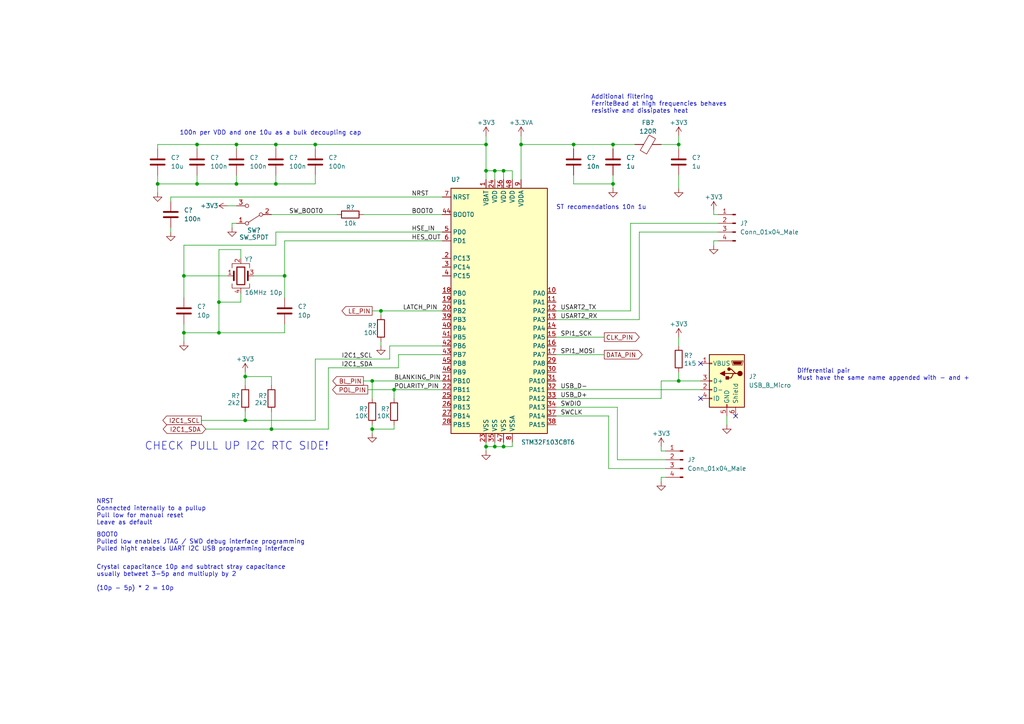
<source format=kicad_sch>
(kicad_sch (version 20230121) (generator eeschema)

  (uuid 15bbe1f7-5063-4eec-b8be-2e4a42a15139)

  (paper "A4")

  (title_block
    (title "Nixie_Tube_Clock")
    (date "2023-04-21")
    (rev "0.1")
    (company "Andrei Norocea")
  )

  (lib_symbols
    (symbol "Connector:Conn_01x04_Male" (pin_names (offset 1.016) hide) (in_bom yes) (on_board yes)
      (property "Reference" "J" (at 0 5.08 0)
        (effects (font (size 1.27 1.27)))
      )
      (property "Value" "Conn_01x04_Male" (at 0 -7.62 0)
        (effects (font (size 1.27 1.27)))
      )
      (property "Footprint" "" (at 0 0 0)
        (effects (font (size 1.27 1.27)) hide)
      )
      (property "Datasheet" "~" (at 0 0 0)
        (effects (font (size 1.27 1.27)) hide)
      )
      (property "ki_keywords" "connector" (at 0 0 0)
        (effects (font (size 1.27 1.27)) hide)
      )
      (property "ki_description" "Generic connector, single row, 01x04, script generated (kicad-library-utils/schlib/autogen/connector/)" (at 0 0 0)
        (effects (font (size 1.27 1.27)) hide)
      )
      (property "ki_fp_filters" "Connector*:*_1x??_*" (at 0 0 0)
        (effects (font (size 1.27 1.27)) hide)
      )
      (symbol "Conn_01x04_Male_1_1"
        (polyline
          (pts
            (xy 1.27 -5.08)
            (xy 0.8636 -5.08)
          )
          (stroke (width 0.1524) (type default))
          (fill (type none))
        )
        (polyline
          (pts
            (xy 1.27 -2.54)
            (xy 0.8636 -2.54)
          )
          (stroke (width 0.1524) (type default))
          (fill (type none))
        )
        (polyline
          (pts
            (xy 1.27 0)
            (xy 0.8636 0)
          )
          (stroke (width 0.1524) (type default))
          (fill (type none))
        )
        (polyline
          (pts
            (xy 1.27 2.54)
            (xy 0.8636 2.54)
          )
          (stroke (width 0.1524) (type default))
          (fill (type none))
        )
        (rectangle (start 0.8636 -4.953) (end 0 -5.207)
          (stroke (width 0.1524) (type default))
          (fill (type outline))
        )
        (rectangle (start 0.8636 -2.413) (end 0 -2.667)
          (stroke (width 0.1524) (type default))
          (fill (type outline))
        )
        (rectangle (start 0.8636 0.127) (end 0 -0.127)
          (stroke (width 0.1524) (type default))
          (fill (type outline))
        )
        (rectangle (start 0.8636 2.667) (end 0 2.413)
          (stroke (width 0.1524) (type default))
          (fill (type outline))
        )
        (pin passive line (at 5.08 2.54 180) (length 3.81)
          (name "Pin_1" (effects (font (size 1.27 1.27))))
          (number "1" (effects (font (size 1.27 1.27))))
        )
        (pin passive line (at 5.08 0 180) (length 3.81)
          (name "Pin_2" (effects (font (size 1.27 1.27))))
          (number "2" (effects (font (size 1.27 1.27))))
        )
        (pin passive line (at 5.08 -2.54 180) (length 3.81)
          (name "Pin_3" (effects (font (size 1.27 1.27))))
          (number "3" (effects (font (size 1.27 1.27))))
        )
        (pin passive line (at 5.08 -5.08 180) (length 3.81)
          (name "Pin_4" (effects (font (size 1.27 1.27))))
          (number "4" (effects (font (size 1.27 1.27))))
        )
      )
    )
    (symbol "Connector:USB_B_Micro" (pin_names (offset 1.016)) (in_bom yes) (on_board yes)
      (property "Reference" "J" (at -5.08 11.43 0)
        (effects (font (size 1.27 1.27)) (justify left))
      )
      (property "Value" "USB_B_Micro" (at -5.08 8.89 0)
        (effects (font (size 1.27 1.27)) (justify left))
      )
      (property "Footprint" "" (at 3.81 -1.27 0)
        (effects (font (size 1.27 1.27)) hide)
      )
      (property "Datasheet" "~" (at 3.81 -1.27 0)
        (effects (font (size 1.27 1.27)) hide)
      )
      (property "ki_keywords" "connector USB micro" (at 0 0 0)
        (effects (font (size 1.27 1.27)) hide)
      )
      (property "ki_description" "USB Micro Type B connector" (at 0 0 0)
        (effects (font (size 1.27 1.27)) hide)
      )
      (property "ki_fp_filters" "USB*" (at 0 0 0)
        (effects (font (size 1.27 1.27)) hide)
      )
      (symbol "USB_B_Micro_0_1"
        (rectangle (start -5.08 -7.62) (end 5.08 7.62)
          (stroke (width 0.254) (type default))
          (fill (type background))
        )
        (circle (center -3.81 2.159) (radius 0.635)
          (stroke (width 0.254) (type default))
          (fill (type outline))
        )
        (circle (center -0.635 3.429) (radius 0.381)
          (stroke (width 0.254) (type default))
          (fill (type outline))
        )
        (rectangle (start -0.127 -7.62) (end 0.127 -6.858)
          (stroke (width 0) (type default))
          (fill (type none))
        )
        (polyline
          (pts
            (xy -1.905 2.159)
            (xy 0.635 2.159)
          )
          (stroke (width 0.254) (type default))
          (fill (type none))
        )
        (polyline
          (pts
            (xy -3.175 2.159)
            (xy -2.54 2.159)
            (xy -1.27 3.429)
            (xy -0.635 3.429)
          )
          (stroke (width 0.254) (type default))
          (fill (type none))
        )
        (polyline
          (pts
            (xy -2.54 2.159)
            (xy -1.905 2.159)
            (xy -1.27 0.889)
            (xy 0 0.889)
          )
          (stroke (width 0.254) (type default))
          (fill (type none))
        )
        (polyline
          (pts
            (xy 0.635 2.794)
            (xy 0.635 1.524)
            (xy 1.905 2.159)
            (xy 0.635 2.794)
          )
          (stroke (width 0.254) (type default))
          (fill (type outline))
        )
        (polyline
          (pts
            (xy -4.318 5.588)
            (xy -1.778 5.588)
            (xy -2.032 4.826)
            (xy -4.064 4.826)
            (xy -4.318 5.588)
          )
          (stroke (width 0) (type default))
          (fill (type outline))
        )
        (polyline
          (pts
            (xy -4.699 5.842)
            (xy -4.699 5.588)
            (xy -4.445 4.826)
            (xy -4.445 4.572)
            (xy -1.651 4.572)
            (xy -1.651 4.826)
            (xy -1.397 5.588)
            (xy -1.397 5.842)
            (xy -4.699 5.842)
          )
          (stroke (width 0) (type default))
          (fill (type none))
        )
        (rectangle (start 0.254 1.27) (end -0.508 0.508)
          (stroke (width 0.254) (type default))
          (fill (type outline))
        )
        (rectangle (start 5.08 -5.207) (end 4.318 -4.953)
          (stroke (width 0) (type default))
          (fill (type none))
        )
        (rectangle (start 5.08 -2.667) (end 4.318 -2.413)
          (stroke (width 0) (type default))
          (fill (type none))
        )
        (rectangle (start 5.08 -0.127) (end 4.318 0.127)
          (stroke (width 0) (type default))
          (fill (type none))
        )
        (rectangle (start 5.08 4.953) (end 4.318 5.207)
          (stroke (width 0) (type default))
          (fill (type none))
        )
      )
      (symbol "USB_B_Micro_1_1"
        (pin power_out line (at 7.62 5.08 180) (length 2.54)
          (name "VBUS" (effects (font (size 1.27 1.27))))
          (number "1" (effects (font (size 1.27 1.27))))
        )
        (pin bidirectional line (at 7.62 -2.54 180) (length 2.54)
          (name "D-" (effects (font (size 1.27 1.27))))
          (number "2" (effects (font (size 1.27 1.27))))
        )
        (pin bidirectional line (at 7.62 0 180) (length 2.54)
          (name "D+" (effects (font (size 1.27 1.27))))
          (number "3" (effects (font (size 1.27 1.27))))
        )
        (pin passive line (at 7.62 -5.08 180) (length 2.54)
          (name "ID" (effects (font (size 1.27 1.27))))
          (number "4" (effects (font (size 1.27 1.27))))
        )
        (pin power_out line (at 0 -10.16 90) (length 2.54)
          (name "GND" (effects (font (size 1.27 1.27))))
          (number "5" (effects (font (size 1.27 1.27))))
        )
        (pin passive line (at -2.54 -10.16 90) (length 2.54)
          (name "Shield" (effects (font (size 1.27 1.27))))
          (number "6" (effects (font (size 1.27 1.27))))
        )
      )
    )
    (symbol "Device:C" (pin_numbers hide) (pin_names (offset 0.254)) (in_bom yes) (on_board yes)
      (property "Reference" "C" (at 0.635 2.54 0)
        (effects (font (size 1.27 1.27)) (justify left))
      )
      (property "Value" "C" (at 0.635 -2.54 0)
        (effects (font (size 1.27 1.27)) (justify left))
      )
      (property "Footprint" "" (at 0.9652 -3.81 0)
        (effects (font (size 1.27 1.27)) hide)
      )
      (property "Datasheet" "~" (at 0 0 0)
        (effects (font (size 1.27 1.27)) hide)
      )
      (property "ki_keywords" "cap capacitor" (at 0 0 0)
        (effects (font (size 1.27 1.27)) hide)
      )
      (property "ki_description" "Unpolarized capacitor" (at 0 0 0)
        (effects (font (size 1.27 1.27)) hide)
      )
      (property "ki_fp_filters" "C_*" (at 0 0 0)
        (effects (font (size 1.27 1.27)) hide)
      )
      (symbol "C_0_1"
        (polyline
          (pts
            (xy -2.032 -0.762)
            (xy 2.032 -0.762)
          )
          (stroke (width 0.508) (type default))
          (fill (type none))
        )
        (polyline
          (pts
            (xy -2.032 0.762)
            (xy 2.032 0.762)
          )
          (stroke (width 0.508) (type default))
          (fill (type none))
        )
      )
      (symbol "C_1_1"
        (pin passive line (at 0 3.81 270) (length 2.794)
          (name "~" (effects (font (size 1.27 1.27))))
          (number "1" (effects (font (size 1.27 1.27))))
        )
        (pin passive line (at 0 -3.81 90) (length 2.794)
          (name "~" (effects (font (size 1.27 1.27))))
          (number "2" (effects (font (size 1.27 1.27))))
        )
      )
    )
    (symbol "Device:Crystal_GND24" (pin_names (offset 1.016) hide) (in_bom yes) (on_board yes)
      (property "Reference" "Y" (at 3.175 5.08 0)
        (effects (font (size 1.27 1.27)) (justify left))
      )
      (property "Value" "Crystal_GND24" (at 3.175 3.175 0)
        (effects (font (size 1.27 1.27)) (justify left))
      )
      (property "Footprint" "" (at 0 0 0)
        (effects (font (size 1.27 1.27)) hide)
      )
      (property "Datasheet" "~" (at 0 0 0)
        (effects (font (size 1.27 1.27)) hide)
      )
      (property "ki_keywords" "quartz ceramic resonator oscillator" (at 0 0 0)
        (effects (font (size 1.27 1.27)) hide)
      )
      (property "ki_description" "Four pin crystal, GND on pins 2 and 4" (at 0 0 0)
        (effects (font (size 1.27 1.27)) hide)
      )
      (property "ki_fp_filters" "Crystal*" (at 0 0 0)
        (effects (font (size 1.27 1.27)) hide)
      )
      (symbol "Crystal_GND24_0_1"
        (rectangle (start -1.143 2.54) (end 1.143 -2.54)
          (stroke (width 0.3048) (type default))
          (fill (type none))
        )
        (polyline
          (pts
            (xy -2.54 0)
            (xy -2.032 0)
          )
          (stroke (width 0) (type default))
          (fill (type none))
        )
        (polyline
          (pts
            (xy -2.032 -1.27)
            (xy -2.032 1.27)
          )
          (stroke (width 0.508) (type default))
          (fill (type none))
        )
        (polyline
          (pts
            (xy 0 -3.81)
            (xy 0 -3.556)
          )
          (stroke (width 0) (type default))
          (fill (type none))
        )
        (polyline
          (pts
            (xy 0 3.556)
            (xy 0 3.81)
          )
          (stroke (width 0) (type default))
          (fill (type none))
        )
        (polyline
          (pts
            (xy 2.032 -1.27)
            (xy 2.032 1.27)
          )
          (stroke (width 0.508) (type default))
          (fill (type none))
        )
        (polyline
          (pts
            (xy 2.032 0)
            (xy 2.54 0)
          )
          (stroke (width 0) (type default))
          (fill (type none))
        )
        (polyline
          (pts
            (xy -2.54 -2.286)
            (xy -2.54 -3.556)
            (xy 2.54 -3.556)
            (xy 2.54 -2.286)
          )
          (stroke (width 0) (type default))
          (fill (type none))
        )
        (polyline
          (pts
            (xy -2.54 2.286)
            (xy -2.54 3.556)
            (xy 2.54 3.556)
            (xy 2.54 2.286)
          )
          (stroke (width 0) (type default))
          (fill (type none))
        )
      )
      (symbol "Crystal_GND24_1_1"
        (pin passive line (at -3.81 0 0) (length 1.27)
          (name "1" (effects (font (size 1.27 1.27))))
          (number "1" (effects (font (size 1.27 1.27))))
        )
        (pin passive line (at 0 5.08 270) (length 1.27)
          (name "2" (effects (font (size 1.27 1.27))))
          (number "2" (effects (font (size 1.27 1.27))))
        )
        (pin passive line (at 3.81 0 180) (length 1.27)
          (name "3" (effects (font (size 1.27 1.27))))
          (number "3" (effects (font (size 1.27 1.27))))
        )
        (pin passive line (at 0 -5.08 90) (length 1.27)
          (name "4" (effects (font (size 1.27 1.27))))
          (number "4" (effects (font (size 1.27 1.27))))
        )
      )
    )
    (symbol "Device:FerriteBead" (pin_numbers hide) (pin_names (offset 0)) (in_bom yes) (on_board yes)
      (property "Reference" "FB" (at -3.81 0.635 90)
        (effects (font (size 1.27 1.27)))
      )
      (property "Value" "FerriteBead" (at 3.81 0 90)
        (effects (font (size 1.27 1.27)))
      )
      (property "Footprint" "" (at -1.778 0 90)
        (effects (font (size 1.27 1.27)) hide)
      )
      (property "Datasheet" "~" (at 0 0 0)
        (effects (font (size 1.27 1.27)) hide)
      )
      (property "ki_keywords" "L ferrite bead inductor filter" (at 0 0 0)
        (effects (font (size 1.27 1.27)) hide)
      )
      (property "ki_description" "Ferrite bead" (at 0 0 0)
        (effects (font (size 1.27 1.27)) hide)
      )
      (property "ki_fp_filters" "Inductor_* L_* *Ferrite*" (at 0 0 0)
        (effects (font (size 1.27 1.27)) hide)
      )
      (symbol "FerriteBead_0_1"
        (polyline
          (pts
            (xy 0 -1.27)
            (xy 0 -1.2192)
          )
          (stroke (width 0) (type default))
          (fill (type none))
        )
        (polyline
          (pts
            (xy 0 1.27)
            (xy 0 1.2954)
          )
          (stroke (width 0) (type default))
          (fill (type none))
        )
        (polyline
          (pts
            (xy -2.7686 0.4064)
            (xy -1.7018 2.2606)
            (xy 2.7686 -0.3048)
            (xy 1.6764 -2.159)
            (xy -2.7686 0.4064)
          )
          (stroke (width 0) (type default))
          (fill (type none))
        )
      )
      (symbol "FerriteBead_1_1"
        (pin passive line (at 0 3.81 270) (length 2.54)
          (name "~" (effects (font (size 1.27 1.27))))
          (number "1" (effects (font (size 1.27 1.27))))
        )
        (pin passive line (at 0 -3.81 90) (length 2.54)
          (name "~" (effects (font (size 1.27 1.27))))
          (number "2" (effects (font (size 1.27 1.27))))
        )
      )
    )
    (symbol "Device:R" (pin_numbers hide) (pin_names (offset 0)) (in_bom yes) (on_board yes)
      (property "Reference" "R" (at 2.032 0 90)
        (effects (font (size 1.27 1.27)))
      )
      (property "Value" "R" (at 0 0 90)
        (effects (font (size 1.27 1.27)))
      )
      (property "Footprint" "" (at -1.778 0 90)
        (effects (font (size 1.27 1.27)) hide)
      )
      (property "Datasheet" "~" (at 0 0 0)
        (effects (font (size 1.27 1.27)) hide)
      )
      (property "ki_keywords" "R res resistor" (at 0 0 0)
        (effects (font (size 1.27 1.27)) hide)
      )
      (property "ki_description" "Resistor" (at 0 0 0)
        (effects (font (size 1.27 1.27)) hide)
      )
      (property "ki_fp_filters" "R_*" (at 0 0 0)
        (effects (font (size 1.27 1.27)) hide)
      )
      (symbol "R_0_1"
        (rectangle (start -1.016 -2.54) (end 1.016 2.54)
          (stroke (width 0.254) (type default))
          (fill (type none))
        )
      )
      (symbol "R_1_1"
        (pin passive line (at 0 3.81 270) (length 1.27)
          (name "~" (effects (font (size 1.27 1.27))))
          (number "1" (effects (font (size 1.27 1.27))))
        )
        (pin passive line (at 0 -3.81 90) (length 1.27)
          (name "~" (effects (font (size 1.27 1.27))))
          (number "2" (effects (font (size 1.27 1.27))))
        )
      )
    )
    (symbol "MCU_ST_STM32F1:STM32F103C8Tx" (in_bom yes) (on_board yes)
      (property "Reference" "U" (at -15.24 36.83 0)
        (effects (font (size 1.27 1.27)) (justify left))
      )
      (property "Value" "STM32F103C8Tx" (at 7.62 36.83 0)
        (effects (font (size 1.27 1.27)) (justify left))
      )
      (property "Footprint" "Package_QFP:LQFP-48_7x7mm_P0.5mm" (at -15.24 -35.56 0)
        (effects (font (size 1.27 1.27)) (justify right) hide)
      )
      (property "Datasheet" "http://www.st.com/st-web-ui/static/active/en/resource/technical/document/datasheet/CD00161566.pdf" (at 0 0 0)
        (effects (font (size 1.27 1.27)) hide)
      )
      (property "ki_keywords" "ARM Cortex-M3 STM32F1 STM32F103" (at 0 0 0)
        (effects (font (size 1.27 1.27)) hide)
      )
      (property "ki_description" "ARM Cortex-M3 MCU, 64KB flash, 20KB RAM, 72MHz, 2-3.6V, 37 GPIO, LQFP-48" (at 0 0 0)
        (effects (font (size 1.27 1.27)) hide)
      )
      (property "ki_fp_filters" "LQFP*7x7mm*P0.5mm*" (at 0 0 0)
        (effects (font (size 1.27 1.27)) hide)
      )
      (symbol "STM32F103C8Tx_0_1"
        (rectangle (start -15.24 -35.56) (end 12.7 35.56)
          (stroke (width 0.254) (type default))
          (fill (type background))
        )
      )
      (symbol "STM32F103C8Tx_1_1"
        (pin power_in line (at -5.08 38.1 270) (length 2.54)
          (name "VBAT" (effects (font (size 1.27 1.27))))
          (number "1" (effects (font (size 1.27 1.27))))
        )
        (pin bidirectional line (at 15.24 5.08 180) (length 2.54)
          (name "PA0" (effects (font (size 1.27 1.27))))
          (number "10" (effects (font (size 1.27 1.27))))
        )
        (pin bidirectional line (at 15.24 2.54 180) (length 2.54)
          (name "PA1" (effects (font (size 1.27 1.27))))
          (number "11" (effects (font (size 1.27 1.27))))
        )
        (pin bidirectional line (at 15.24 0 180) (length 2.54)
          (name "PA2" (effects (font (size 1.27 1.27))))
          (number "12" (effects (font (size 1.27 1.27))))
        )
        (pin bidirectional line (at 15.24 -2.54 180) (length 2.54)
          (name "PA3" (effects (font (size 1.27 1.27))))
          (number "13" (effects (font (size 1.27 1.27))))
        )
        (pin bidirectional line (at 15.24 -5.08 180) (length 2.54)
          (name "PA4" (effects (font (size 1.27 1.27))))
          (number "14" (effects (font (size 1.27 1.27))))
        )
        (pin bidirectional line (at 15.24 -7.62 180) (length 2.54)
          (name "PA5" (effects (font (size 1.27 1.27))))
          (number "15" (effects (font (size 1.27 1.27))))
        )
        (pin bidirectional line (at 15.24 -10.16 180) (length 2.54)
          (name "PA6" (effects (font (size 1.27 1.27))))
          (number "16" (effects (font (size 1.27 1.27))))
        )
        (pin bidirectional line (at 15.24 -12.7 180) (length 2.54)
          (name "PA7" (effects (font (size 1.27 1.27))))
          (number "17" (effects (font (size 1.27 1.27))))
        )
        (pin bidirectional line (at -17.78 5.08 0) (length 2.54)
          (name "PB0" (effects (font (size 1.27 1.27))))
          (number "18" (effects (font (size 1.27 1.27))))
        )
        (pin bidirectional line (at -17.78 2.54 0) (length 2.54)
          (name "PB1" (effects (font (size 1.27 1.27))))
          (number "19" (effects (font (size 1.27 1.27))))
        )
        (pin bidirectional line (at -17.78 15.24 0) (length 2.54)
          (name "PC13" (effects (font (size 1.27 1.27))))
          (number "2" (effects (font (size 1.27 1.27))))
        )
        (pin bidirectional line (at -17.78 0 0) (length 2.54)
          (name "PB2" (effects (font (size 1.27 1.27))))
          (number "20" (effects (font (size 1.27 1.27))))
        )
        (pin bidirectional line (at -17.78 -20.32 0) (length 2.54)
          (name "PB10" (effects (font (size 1.27 1.27))))
          (number "21" (effects (font (size 1.27 1.27))))
        )
        (pin bidirectional line (at -17.78 -22.86 0) (length 2.54)
          (name "PB11" (effects (font (size 1.27 1.27))))
          (number "22" (effects (font (size 1.27 1.27))))
        )
        (pin power_in line (at -5.08 -38.1 90) (length 2.54)
          (name "VSS" (effects (font (size 1.27 1.27))))
          (number "23" (effects (font (size 1.27 1.27))))
        )
        (pin power_in line (at -2.54 38.1 270) (length 2.54)
          (name "VDD" (effects (font (size 1.27 1.27))))
          (number "24" (effects (font (size 1.27 1.27))))
        )
        (pin bidirectional line (at -17.78 -25.4 0) (length 2.54)
          (name "PB12" (effects (font (size 1.27 1.27))))
          (number "25" (effects (font (size 1.27 1.27))))
        )
        (pin bidirectional line (at -17.78 -27.94 0) (length 2.54)
          (name "PB13" (effects (font (size 1.27 1.27))))
          (number "26" (effects (font (size 1.27 1.27))))
        )
        (pin bidirectional line (at -17.78 -30.48 0) (length 2.54)
          (name "PB14" (effects (font (size 1.27 1.27))))
          (number "27" (effects (font (size 1.27 1.27))))
        )
        (pin bidirectional line (at -17.78 -33.02 0) (length 2.54)
          (name "PB15" (effects (font (size 1.27 1.27))))
          (number "28" (effects (font (size 1.27 1.27))))
        )
        (pin bidirectional line (at 15.24 -15.24 180) (length 2.54)
          (name "PA8" (effects (font (size 1.27 1.27))))
          (number "29" (effects (font (size 1.27 1.27))))
        )
        (pin bidirectional line (at -17.78 12.7 0) (length 2.54)
          (name "PC14" (effects (font (size 1.27 1.27))))
          (number "3" (effects (font (size 1.27 1.27))))
        )
        (pin bidirectional line (at 15.24 -17.78 180) (length 2.54)
          (name "PA9" (effects (font (size 1.27 1.27))))
          (number "30" (effects (font (size 1.27 1.27))))
        )
        (pin bidirectional line (at 15.24 -20.32 180) (length 2.54)
          (name "PA10" (effects (font (size 1.27 1.27))))
          (number "31" (effects (font (size 1.27 1.27))))
        )
        (pin bidirectional line (at 15.24 -22.86 180) (length 2.54)
          (name "PA11" (effects (font (size 1.27 1.27))))
          (number "32" (effects (font (size 1.27 1.27))))
        )
        (pin bidirectional line (at 15.24 -25.4 180) (length 2.54)
          (name "PA12" (effects (font (size 1.27 1.27))))
          (number "33" (effects (font (size 1.27 1.27))))
        )
        (pin bidirectional line (at 15.24 -27.94 180) (length 2.54)
          (name "PA13" (effects (font (size 1.27 1.27))))
          (number "34" (effects (font (size 1.27 1.27))))
        )
        (pin power_in line (at -2.54 -38.1 90) (length 2.54)
          (name "VSS" (effects (font (size 1.27 1.27))))
          (number "35" (effects (font (size 1.27 1.27))))
        )
        (pin power_in line (at 0 38.1 270) (length 2.54)
          (name "VDD" (effects (font (size 1.27 1.27))))
          (number "36" (effects (font (size 1.27 1.27))))
        )
        (pin bidirectional line (at 15.24 -30.48 180) (length 2.54)
          (name "PA14" (effects (font (size 1.27 1.27))))
          (number "37" (effects (font (size 1.27 1.27))))
        )
        (pin bidirectional line (at 15.24 -33.02 180) (length 2.54)
          (name "PA15" (effects (font (size 1.27 1.27))))
          (number "38" (effects (font (size 1.27 1.27))))
        )
        (pin bidirectional line (at -17.78 -2.54 0) (length 2.54)
          (name "PB3" (effects (font (size 1.27 1.27))))
          (number "39" (effects (font (size 1.27 1.27))))
        )
        (pin bidirectional line (at -17.78 10.16 0) (length 2.54)
          (name "PC15" (effects (font (size 1.27 1.27))))
          (number "4" (effects (font (size 1.27 1.27))))
        )
        (pin bidirectional line (at -17.78 -5.08 0) (length 2.54)
          (name "PB4" (effects (font (size 1.27 1.27))))
          (number "40" (effects (font (size 1.27 1.27))))
        )
        (pin bidirectional line (at -17.78 -7.62 0) (length 2.54)
          (name "PB5" (effects (font (size 1.27 1.27))))
          (number "41" (effects (font (size 1.27 1.27))))
        )
        (pin bidirectional line (at -17.78 -10.16 0) (length 2.54)
          (name "PB6" (effects (font (size 1.27 1.27))))
          (number "42" (effects (font (size 1.27 1.27))))
        )
        (pin bidirectional line (at -17.78 -12.7 0) (length 2.54)
          (name "PB7" (effects (font (size 1.27 1.27))))
          (number "43" (effects (font (size 1.27 1.27))))
        )
        (pin input line (at -17.78 27.94 0) (length 2.54)
          (name "BOOT0" (effects (font (size 1.27 1.27))))
          (number "44" (effects (font (size 1.27 1.27))))
        )
        (pin bidirectional line (at -17.78 -15.24 0) (length 2.54)
          (name "PB8" (effects (font (size 1.27 1.27))))
          (number "45" (effects (font (size 1.27 1.27))))
        )
        (pin bidirectional line (at -17.78 -17.78 0) (length 2.54)
          (name "PB9" (effects (font (size 1.27 1.27))))
          (number "46" (effects (font (size 1.27 1.27))))
        )
        (pin power_in line (at 0 -38.1 90) (length 2.54)
          (name "VSS" (effects (font (size 1.27 1.27))))
          (number "47" (effects (font (size 1.27 1.27))))
        )
        (pin power_in line (at 2.54 38.1 270) (length 2.54)
          (name "VDD" (effects (font (size 1.27 1.27))))
          (number "48" (effects (font (size 1.27 1.27))))
        )
        (pin input line (at -17.78 22.86 0) (length 2.54)
          (name "PD0" (effects (font (size 1.27 1.27))))
          (number "5" (effects (font (size 1.27 1.27))))
        )
        (pin input line (at -17.78 20.32 0) (length 2.54)
          (name "PD1" (effects (font (size 1.27 1.27))))
          (number "6" (effects (font (size 1.27 1.27))))
        )
        (pin input line (at -17.78 33.02 0) (length 2.54)
          (name "NRST" (effects (font (size 1.27 1.27))))
          (number "7" (effects (font (size 1.27 1.27))))
        )
        (pin power_in line (at 2.54 -38.1 90) (length 2.54)
          (name "VSSA" (effects (font (size 1.27 1.27))))
          (number "8" (effects (font (size 1.27 1.27))))
        )
        (pin power_in line (at 5.08 38.1 270) (length 2.54)
          (name "VDDA" (effects (font (size 1.27 1.27))))
          (number "9" (effects (font (size 1.27 1.27))))
        )
      )
    )
    (symbol "Switch:SW_SPDT" (pin_names (offset 0) hide) (in_bom yes) (on_board yes)
      (property "Reference" "SW" (at 0 4.318 0)
        (effects (font (size 1.27 1.27)))
      )
      (property "Value" "SW_SPDT" (at 0 -5.08 0)
        (effects (font (size 1.27 1.27)))
      )
      (property "Footprint" "" (at 0 0 0)
        (effects (font (size 1.27 1.27)) hide)
      )
      (property "Datasheet" "~" (at 0 0 0)
        (effects (font (size 1.27 1.27)) hide)
      )
      (property "ki_keywords" "switch single-pole double-throw spdt ON-ON" (at 0 0 0)
        (effects (font (size 1.27 1.27)) hide)
      )
      (property "ki_description" "Switch, single pole double throw" (at 0 0 0)
        (effects (font (size 1.27 1.27)) hide)
      )
      (symbol "SW_SPDT_0_0"
        (circle (center -2.032 0) (radius 0.508)
          (stroke (width 0) (type default))
          (fill (type none))
        )
        (circle (center 2.032 -2.54) (radius 0.508)
          (stroke (width 0) (type default))
          (fill (type none))
        )
      )
      (symbol "SW_SPDT_0_1"
        (polyline
          (pts
            (xy -1.524 0.254)
            (xy 1.651 2.286)
          )
          (stroke (width 0) (type default))
          (fill (type none))
        )
        (circle (center 2.032 2.54) (radius 0.508)
          (stroke (width 0) (type default))
          (fill (type none))
        )
      )
      (symbol "SW_SPDT_1_1"
        (pin passive line (at 5.08 2.54 180) (length 2.54)
          (name "A" (effects (font (size 1.27 1.27))))
          (number "1" (effects (font (size 1.27 1.27))))
        )
        (pin passive line (at -5.08 0 0) (length 2.54)
          (name "B" (effects (font (size 1.27 1.27))))
          (number "2" (effects (font (size 1.27 1.27))))
        )
        (pin passive line (at 5.08 -2.54 180) (length 2.54)
          (name "C" (effects (font (size 1.27 1.27))))
          (number "3" (effects (font (size 1.27 1.27))))
        )
      )
    )
    (symbol "power:+3.3VA" (power) (pin_numbers hide) (pin_names (offset 0) hide) (in_bom yes) (on_board yes)
      (property "Reference" "#PWR" (at 0 -3.81 0)
        (effects (font (size 1.27 1.27)) hide)
      )
      (property "Value" "+3.3VA" (at 0 3.556 0)
        (effects (font (size 1.27 1.27)))
      )
      (property "Footprint" "" (at 0 0 0)
        (effects (font (size 1.27 1.27)) hide)
      )
      (property "Datasheet" "" (at 0 0 0)
        (effects (font (size 1.27 1.27)) hide)
      )
      (property "ki_keywords" "global power" (at 0 0 0)
        (effects (font (size 1.27 1.27)) hide)
      )
      (property "ki_description" "Power symbol creates a global label with name \"+3.3VA\"" (at 0 0 0)
        (effects (font (size 1.27 1.27)) hide)
      )
      (symbol "+3.3VA_0_1"
        (polyline
          (pts
            (xy -0.762 1.27)
            (xy 0 2.54)
          )
          (stroke (width 0) (type default))
          (fill (type none))
        )
        (polyline
          (pts
            (xy 0 0)
            (xy 0 2.54)
          )
          (stroke (width 0) (type default))
          (fill (type none))
        )
        (polyline
          (pts
            (xy 0 2.54)
            (xy 0.762 1.27)
          )
          (stroke (width 0) (type default))
          (fill (type none))
        )
      )
      (symbol "+3.3VA_1_1"
        (pin power_in line (at 0 0 90) (length 0) hide
          (name "+3.3VA" (effects (font (size 1.27 1.27))))
          (number "1" (effects (font (size 1.27 1.27))))
        )
      )
    )
    (symbol "power:+3V3" (power) (pin_numbers hide) (pin_names (offset 0) hide) (in_bom yes) (on_board yes)
      (property "Reference" "#PWR" (at 0 -3.81 0)
        (effects (font (size 1.27 1.27)) hide)
      )
      (property "Value" "+3V3" (at 0 3.556 0)
        (effects (font (size 1.27 1.27)))
      )
      (property "Footprint" "" (at 0 0 0)
        (effects (font (size 1.27 1.27)) hide)
      )
      (property "Datasheet" "" (at 0 0 0)
        (effects (font (size 1.27 1.27)) hide)
      )
      (property "ki_keywords" "global power" (at 0 0 0)
        (effects (font (size 1.27 1.27)) hide)
      )
      (property "ki_description" "Power symbol creates a global label with name \"+3V3\"" (at 0 0 0)
        (effects (font (size 1.27 1.27)) hide)
      )
      (symbol "+3V3_0_1"
        (polyline
          (pts
            (xy -0.762 1.27)
            (xy 0 2.54)
          )
          (stroke (width 0) (type default))
          (fill (type none))
        )
        (polyline
          (pts
            (xy 0 0)
            (xy 0 2.54)
          )
          (stroke (width 0) (type default))
          (fill (type none))
        )
        (polyline
          (pts
            (xy 0 2.54)
            (xy 0.762 1.27)
          )
          (stroke (width 0) (type default))
          (fill (type none))
        )
      )
      (symbol "+3V3_1_1"
        (pin power_in line (at 0 0 90) (length 0) hide
          (name "+3V3" (effects (font (size 1.27 1.27))))
          (number "1" (effects (font (size 1.27 1.27))))
        )
      )
    )
    (symbol "power:GND" (power) (pin_numbers hide) (pin_names (offset 0) hide) (in_bom yes) (on_board yes)
      (property "Reference" "#PWR" (at 0 -6.35 0)
        (effects (font (size 1.27 1.27)) hide)
      )
      (property "Value" "GND" (at 0 -3.81 0)
        (effects (font (size 1.27 1.27)))
      )
      (property "Footprint" "" (at 0 0 0)
        (effects (font (size 1.27 1.27)) hide)
      )
      (property "Datasheet" "" (at 0 0 0)
        (effects (font (size 1.27 1.27)) hide)
      )
      (property "ki_keywords" "global power" (at 0 0 0)
        (effects (font (size 1.27 1.27)) hide)
      )
      (property "ki_description" "Power symbol creates a global label with name \"GND\" , ground" (at 0 0 0)
        (effects (font (size 1.27 1.27)) hide)
      )
      (symbol "GND_0_1"
        (polyline
          (pts
            (xy 0 0)
            (xy 0 -1.27)
            (xy 1.27 -1.27)
            (xy 0 -2.54)
            (xy -1.27 -1.27)
            (xy 0 -1.27)
          )
          (stroke (width 0) (type default))
          (fill (type none))
        )
      )
      (symbol "GND_1_1"
        (pin power_in line (at 0 0 270) (length 0) hide
          (name "GND" (effects (font (size 1.27 1.27))))
          (number "1" (effects (font (size 1.27 1.27))))
        )
      )
    )
  )

  (junction (at 143.51 129.54) (diameter 0) (color 0 0 0 0)
    (uuid 1120bc08-00fa-4243-ba9f-133c592008ac)
  )
  (junction (at 140.97 129.54) (diameter 0) (color 0 0 0 0)
    (uuid 122d109f-f30b-49d1-a7a8-ebcb2cdbf32d)
  )
  (junction (at 53.34 80.01) (diameter 0) (color 0 0 0 0)
    (uuid 16613b36-e31c-4ed8-a445-b01aebdf5ad6)
  )
  (junction (at 68.58 53.34) (diameter 0) (color 0 0 0 0)
    (uuid 2877a98f-bcae-43a1-8d71-914750af14a3)
  )
  (junction (at 68.58 41.91) (diameter 0) (color 0 0 0 0)
    (uuid 378626b5-63b3-4ec2-a104-dd4b6c1da000)
  )
  (junction (at 177.8 41.91) (diameter 0) (color 0 0 0 0)
    (uuid 39085d47-aef6-42c6-acc1-4fc264d341c9)
  )
  (junction (at 71.12 121.92) (diameter 0) (color 0 0 0 0)
    (uuid 3bf35346-1270-4c48-9a84-28c514f14ce6)
  )
  (junction (at 151.13 41.91) (diameter 0) (color 0 0 0 0)
    (uuid 3d11df8a-9953-4ad9-9ed7-b494911a8479)
  )
  (junction (at 146.05 49.53) (diameter 0) (color 0 0 0 0)
    (uuid 40685b83-86b9-4f0a-bdc0-fa73ea924f6c)
  )
  (junction (at 107.95 110.49) (diameter 0) (color 0 0 0 0)
    (uuid 41038ddc-267f-4b32-a3df-df410d3e2ba6)
  )
  (junction (at 53.34 96.52) (diameter 0) (color 0 0 0 0)
    (uuid 5db551e8-c350-4ded-a748-3b53ef25d1a7)
  )
  (junction (at 91.44 41.91) (diameter 0) (color 0 0 0 0)
    (uuid 5f7783b2-7c0c-4087-a3ef-07ea9372c18e)
  )
  (junction (at 196.85 110.49) (diameter 0) (color 0 0 0 0)
    (uuid 60c813c0-abbc-45e7-8653-3630ec085dbb)
  )
  (junction (at 114.3 113.03) (diameter 0) (color 0 0 0 0)
    (uuid 6dbaceb1-7aa8-4d41-8e25-7dc85cdcea29)
  )
  (junction (at 110.49 90.17) (diameter 0) (color 0 0 0 0)
    (uuid 763bc36a-c555-415c-9d30-7a36a4fe45fa)
  )
  (junction (at 166.37 41.91) (diameter 0) (color 0 0 0 0)
    (uuid 7690c0c1-2c82-485b-b8c5-26f44c6e3032)
  )
  (junction (at 63.5 96.52) (diameter 0) (color 0 0 0 0)
    (uuid 7a55d185-9bd8-4a8f-83fe-4e80f277b2bc)
  )
  (junction (at 146.05 129.54) (diameter 0) (color 0 0 0 0)
    (uuid 7b8c5fc4-9c32-4a9d-85f9-e1e7de0c285d)
  )
  (junction (at 78.74 124.46) (diameter 0) (color 0 0 0 0)
    (uuid 7bdcc443-18e6-4e01-9fab-6aaa4836aecf)
  )
  (junction (at 107.95 124.46) (diameter 0) (color 0 0 0 0)
    (uuid 8cde4640-245c-4d29-8e36-52b75ee6e7aa)
  )
  (junction (at 80.01 41.91) (diameter 0) (color 0 0 0 0)
    (uuid 90b952ff-d2a7-4eb4-ae64-821df7b42eb1)
  )
  (junction (at 71.12 109.22) (diameter 0) (color 0 0 0 0)
    (uuid 954ab78c-73c5-4e98-834b-d87bd4616754)
  )
  (junction (at 143.51 49.53) (diameter 0) (color 0 0 0 0)
    (uuid 97e2470b-90ae-4e86-af63-9f6ca75865c7)
  )
  (junction (at 177.8 53.34) (diameter 0) (color 0 0 0 0)
    (uuid a7af6230-a306-4b6d-bf12-aa08721917fd)
  )
  (junction (at 45.72 53.34) (diameter 0) (color 0 0 0 0)
    (uuid b066007f-9efa-4219-a3be-f5394932adf9)
  )
  (junction (at 140.97 49.53) (diameter 0) (color 0 0 0 0)
    (uuid b34edf04-b77d-473c-812a-8e60364c5b21)
  )
  (junction (at 63.5 87.63) (diameter 0) (color 0 0 0 0)
    (uuid bb9e8af6-4ee4-40b5-b10f-4d324cead7aa)
  )
  (junction (at 140.97 41.91) (diameter 0) (color 0 0 0 0)
    (uuid c02570f1-ed0f-4d1a-8b1d-01edf03760ca)
  )
  (junction (at 57.15 41.91) (diameter 0) (color 0 0 0 0)
    (uuid c2caf84b-30ac-41f9-ba0a-0a273ba76d85)
  )
  (junction (at 57.15 53.34) (diameter 0) (color 0 0 0 0)
    (uuid d00907b1-9df3-4dae-a9a7-ef20ee6e8a71)
  )
  (junction (at 82.55 80.01) (diameter 0) (color 0 0 0 0)
    (uuid d1e3dbb7-4bd2-4d92-b66e-a1c4525c3901)
  )
  (junction (at 80.01 53.34) (diameter 0) (color 0 0 0 0)
    (uuid f2d1ec07-abfa-4538-b885-cc9540ab601d)
  )
  (junction (at 196.85 41.91) (diameter 0) (color 0 0 0 0)
    (uuid f8890c33-dbfb-44c2-9b07-7020a6c76223)
  )

  (no_connect (at 203.2 115.57) (uuid 1d9830f2-8c22-4796-8bd1-0680b433b25c))
  (no_connect (at 203.2 105.41) (uuid 309862c7-d7fe-4340-8f2b-0d43e9f0f53d))
  (no_connect (at 213.36 120.65) (uuid a966bbaf-57c5-4d35-a852-b438829c794a))

  (wire (pts (xy 107.95 124.46) (xy 107.95 125.73))
    (stroke (width 0) (type default))
    (uuid 02175ae2-cba3-4147-8069-ebbb64ae1189)
  )
  (wire (pts (xy 140.97 129.54) (xy 140.97 130.81))
    (stroke (width 0) (type default))
    (uuid 024bb9b2-4361-4781-be2d-17559dde93e6)
  )
  (wire (pts (xy 45.72 50.8) (xy 45.72 53.34))
    (stroke (width 0) (type default))
    (uuid 040262d2-93e5-4a56-a120-0928cdd396b9)
  )
  (wire (pts (xy 110.49 90.17) (xy 128.27 90.17))
    (stroke (width 0) (type default))
    (uuid 056b88df-89a4-4afa-a4b4-ae0b8c81fab8)
  )
  (wire (pts (xy 91.44 104.14) (xy 91.44 121.92))
    (stroke (width 0) (type default))
    (uuid 097463e2-f32e-443a-9281-bdb644b36179)
  )
  (wire (pts (xy 207.01 69.85) (xy 207.01 71.12))
    (stroke (width 0) (type default))
    (uuid 0eb45c9a-4c7e-4ed4-8eab-91d26bbee2ad)
  )
  (wire (pts (xy 53.34 96.52) (xy 53.34 99.06))
    (stroke (width 0) (type default))
    (uuid 1150feb3-7ec0-4ff3-a95b-af709a3733b7)
  )
  (wire (pts (xy 177.8 50.8) (xy 177.8 53.34))
    (stroke (width 0) (type default))
    (uuid 14d46b54-491b-417f-ae3a-a76901e35d56)
  )
  (wire (pts (xy 82.55 69.85) (xy 82.55 80.01))
    (stroke (width 0) (type default))
    (uuid 14e39c56-72ac-4474-af41-db429395072a)
  )
  (wire (pts (xy 82.55 80.01) (xy 73.66 80.01))
    (stroke (width 0) (type default))
    (uuid 1533fd36-2858-4aa5-b5b8-8bd4fecbe9a1)
  )
  (wire (pts (xy 128.27 67.31) (xy 80.01 67.31))
    (stroke (width 0) (type default))
    (uuid 1534c108-15da-4413-984e-be9f798ee252)
  )
  (wire (pts (xy 80.01 50.8) (xy 80.01 53.34))
    (stroke (width 0) (type default))
    (uuid 15c8a9d4-ea8e-446b-ac27-02c35b792282)
  )
  (wire (pts (xy 166.37 50.8) (xy 166.37 53.34))
    (stroke (width 0) (type default))
    (uuid 174009fe-961b-4029-ab6e-68a3a0420175)
  )
  (wire (pts (xy 176.53 135.89) (xy 193.04 135.89))
    (stroke (width 0) (type default))
    (uuid 1ce88b72-e5ea-4039-ba99-e722a88c1133)
  )
  (wire (pts (xy 113.03 100.33) (xy 128.27 100.33))
    (stroke (width 0) (type default))
    (uuid 1f21ab2c-ad81-4557-97fc-64081b08a8a1)
  )
  (wire (pts (xy 151.13 52.07) (xy 151.13 41.91))
    (stroke (width 0) (type default))
    (uuid 1f594438-1a2c-490e-a60f-d55e03709de7)
  )
  (wire (pts (xy 115.57 102.87) (xy 115.57 106.68))
    (stroke (width 0) (type default))
    (uuid 1f757f7e-0e5a-4a8a-b742-e25e61fd4a4d)
  )
  (wire (pts (xy 68.58 41.91) (xy 80.01 41.91))
    (stroke (width 0) (type default))
    (uuid 1fd49fc6-d2fe-4498-8608-8abbacfc5279)
  )
  (wire (pts (xy 196.85 110.49) (xy 203.2 110.49))
    (stroke (width 0) (type default))
    (uuid 213f693d-2289-4335-a8ac-0713c980adc8)
  )
  (wire (pts (xy 191.77 115.57) (xy 191.77 110.49))
    (stroke (width 0) (type default))
    (uuid 215a409d-6538-485c-9397-ad46525c1f1b)
  )
  (wire (pts (xy 161.29 113.03) (xy 203.2 113.03))
    (stroke (width 0) (type default))
    (uuid 21a7198e-b20e-4687-84e5-6ebc374f0d8a)
  )
  (wire (pts (xy 191.77 130.81) (xy 193.04 130.81))
    (stroke (width 0) (type default))
    (uuid 23b36bb1-be91-4951-ad96-ba2284ca58d3)
  )
  (wire (pts (xy 196.85 39.37) (xy 196.85 41.91))
    (stroke (width 0) (type default))
    (uuid 2620a801-61bd-41ae-ac14-3daa67ec9555)
  )
  (wire (pts (xy 106.68 113.03) (xy 114.3 113.03))
    (stroke (width 0) (type default))
    (uuid 268385d3-2dec-4191-a824-037a6ab49e77)
  )
  (wire (pts (xy 113.03 104.14) (xy 113.03 100.33))
    (stroke (width 0) (type default))
    (uuid 26886433-bc82-4191-8e70-3fcaadf5cd36)
  )
  (wire (pts (xy 196.85 107.95) (xy 196.85 110.49))
    (stroke (width 0) (type default))
    (uuid 269d06de-f147-4d54-851d-bb4da55b1e4f)
  )
  (wire (pts (xy 140.97 39.37) (xy 140.97 41.91))
    (stroke (width 0) (type default))
    (uuid 27456a07-4c74-45d6-832c-0dc9e91b4082)
  )
  (wire (pts (xy 95.25 106.68) (xy 115.57 106.68))
    (stroke (width 0) (type default))
    (uuid 28ea0761-9cee-4e4d-ba63-e1744c1a4698)
  )
  (wire (pts (xy 53.34 93.98) (xy 53.34 96.52))
    (stroke (width 0) (type default))
    (uuid 29490609-ae46-4064-a128-07e68a44c49b)
  )
  (wire (pts (xy 146.05 129.54) (xy 143.51 129.54))
    (stroke (width 0) (type default))
    (uuid 2e3b4159-9b07-42af-a164-f10349f30804)
  )
  (wire (pts (xy 63.5 87.63) (xy 69.85 87.63))
    (stroke (width 0) (type default))
    (uuid 2ec7e0b7-ae2a-467f-b725-97e7b2430dff)
  )
  (wire (pts (xy 78.74 124.46) (xy 95.25 124.46))
    (stroke (width 0) (type default))
    (uuid 2fa577a1-2677-445e-ade7-cc3fa28788d8)
  )
  (wire (pts (xy 68.58 53.34) (xy 80.01 53.34))
    (stroke (width 0) (type default))
    (uuid 2ff3d524-04a4-4e86-a901-52c13d5cf73f)
  )
  (wire (pts (xy 140.97 41.91) (xy 140.97 49.53))
    (stroke (width 0) (type default))
    (uuid 33796dd9-9324-4b28-b515-e4d676a3745c)
  )
  (wire (pts (xy 177.8 43.18) (xy 177.8 41.91))
    (stroke (width 0) (type default))
    (uuid 33f1561a-4eb1-4fcc-a358-754b4dcf37e5)
  )
  (wire (pts (xy 49.53 57.15) (xy 49.53 58.42))
    (stroke (width 0) (type default))
    (uuid 34517f6d-0f88-4f5e-b180-777bfb5f63f4)
  )
  (wire (pts (xy 91.44 104.14) (xy 113.03 104.14))
    (stroke (width 0) (type default))
    (uuid 34e5b158-8138-4558-97a8-70149c2ba613)
  )
  (wire (pts (xy 78.74 119.38) (xy 78.74 124.46))
    (stroke (width 0) (type default))
    (uuid 386381a0-37d7-47f6-a512-186c8856bc0c)
  )
  (wire (pts (xy 91.44 41.91) (xy 140.97 41.91))
    (stroke (width 0) (type default))
    (uuid 3879aca7-7e6c-4b47-817c-3d4f4c0c0b3c)
  )
  (wire (pts (xy 115.57 102.87) (xy 128.27 102.87))
    (stroke (width 0) (type default))
    (uuid 38a78cc9-16c0-45cc-8099-20801a936365)
  )
  (wire (pts (xy 179.07 133.35) (xy 179.07 118.11))
    (stroke (width 0) (type default))
    (uuid 39378873-2a5b-4901-8ebc-b847c28b5b0c)
  )
  (wire (pts (xy 140.97 128.27) (xy 140.97 129.54))
    (stroke (width 0) (type default))
    (uuid 3a01956f-2272-4143-b520-4ff7363691bb)
  )
  (wire (pts (xy 191.77 129.54) (xy 191.77 130.81))
    (stroke (width 0) (type default))
    (uuid 3d172ca8-f31d-4444-bf21-33d146f25121)
  )
  (wire (pts (xy 53.34 80.01) (xy 66.04 80.01))
    (stroke (width 0) (type default))
    (uuid 3db8ffbb-7f68-4ec7-844f-f1afd861d478)
  )
  (wire (pts (xy 107.95 123.19) (xy 107.95 124.46))
    (stroke (width 0) (type default))
    (uuid 3dbdf99e-6e87-4b58-83c7-a0394f0d0f3e)
  )
  (wire (pts (xy 161.29 90.17) (xy 182.88 90.17))
    (stroke (width 0) (type default))
    (uuid 3f3b8c64-3c91-4e5c-a967-9ffd253dc7a6)
  )
  (wire (pts (xy 45.72 41.91) (xy 57.15 41.91))
    (stroke (width 0) (type default))
    (uuid 422dc55a-8cad-4e32-b2ad-51f88bf3987d)
  )
  (wire (pts (xy 63.5 96.52) (xy 53.34 96.52))
    (stroke (width 0) (type default))
    (uuid 4b4fdecb-b60b-4e38-8500-6c177782351e)
  )
  (wire (pts (xy 182.88 90.17) (xy 182.88 64.77))
    (stroke (width 0) (type default))
    (uuid 4c0123d0-e129-432a-b376-479086c5b7c8)
  )
  (wire (pts (xy 196.85 50.8) (xy 196.85 54.61))
    (stroke (width 0) (type default))
    (uuid 4fcf74a7-dc94-4ba4-81db-c1e81a7ab40e)
  )
  (wire (pts (xy 161.29 115.57) (xy 191.77 115.57))
    (stroke (width 0) (type default))
    (uuid 50fb87ec-3590-4f43-848a-4406bd53c388)
  )
  (wire (pts (xy 105.41 62.23) (xy 128.27 62.23))
    (stroke (width 0) (type default))
    (uuid 521410fd-042a-42f0-8801-72958e13cf25)
  )
  (wire (pts (xy 161.29 92.71) (xy 185.42 92.71))
    (stroke (width 0) (type default))
    (uuid 5370816a-de4e-45b8-b0fb-d13251d2e768)
  )
  (wire (pts (xy 68.58 64.77) (xy 67.31 64.77))
    (stroke (width 0) (type default))
    (uuid 58dee066-a91b-4006-abc6-240ea9bb5069)
  )
  (wire (pts (xy 207.01 62.23) (xy 207.01 60.96))
    (stroke (width 0) (type default))
    (uuid 59474f1e-0dfd-4fa1-8ce8-da64c9940d83)
  )
  (wire (pts (xy 161.29 97.79) (xy 175.26 97.79))
    (stroke (width 0) (type default))
    (uuid 5aac37cc-0456-4261-93fe-7ed2c3c5a746)
  )
  (wire (pts (xy 107.95 110.49) (xy 128.27 110.49))
    (stroke (width 0) (type default))
    (uuid 5ff458f1-728a-454f-8a03-7f72bbc07b7b)
  )
  (wire (pts (xy 146.05 128.27) (xy 146.05 129.54))
    (stroke (width 0) (type default))
    (uuid 629c2a08-a561-4326-a4c7-baf0e5c93c73)
  )
  (wire (pts (xy 177.8 41.91) (xy 166.37 41.91))
    (stroke (width 0) (type default))
    (uuid 632596c7-a1b2-4f12-a8e8-7f30542970b1)
  )
  (wire (pts (xy 208.28 69.85) (xy 207.01 69.85))
    (stroke (width 0) (type default))
    (uuid 6474b362-879c-43d6-818a-fcf09dbdbd2e)
  )
  (wire (pts (xy 143.51 128.27) (xy 143.51 129.54))
    (stroke (width 0) (type default))
    (uuid 65f42b68-ac96-491d-8f2b-83139399a90a)
  )
  (wire (pts (xy 49.53 66.04) (xy 49.53 67.31))
    (stroke (width 0) (type default))
    (uuid 664fe177-483c-4581-a580-7d835de4faa2)
  )
  (wire (pts (xy 191.77 110.49) (xy 196.85 110.49))
    (stroke (width 0) (type default))
    (uuid 69c08fd6-e75b-4908-8635-5b1ae32b6b47)
  )
  (wire (pts (xy 71.12 121.92) (xy 58.42 121.92))
    (stroke (width 0) (type default))
    (uuid 6b442bc7-09e6-4cac-a954-69434d0096f2)
  )
  (wire (pts (xy 148.59 128.27) (xy 148.59 129.54))
    (stroke (width 0) (type default))
    (uuid 6b70c147-12ff-412c-9af0-61ceec36c01b)
  )
  (wire (pts (xy 91.44 53.34) (xy 91.44 50.8))
    (stroke (width 0) (type default))
    (uuid 6e8f81b5-2abe-4bbd-acd3-f2e96dc5e9df)
  )
  (wire (pts (xy 67.31 64.77) (xy 67.31 66.04))
    (stroke (width 0) (type default))
    (uuid 6ee23d57-6af0-4458-8c40-898878de1fca)
  )
  (wire (pts (xy 68.58 43.18) (xy 68.58 41.91))
    (stroke (width 0) (type default))
    (uuid 7331c71f-8dc5-4a76-a404-b9c00e93d37e)
  )
  (wire (pts (xy 114.3 113.03) (xy 128.27 113.03))
    (stroke (width 0) (type default))
    (uuid 734cc24d-c719-4a51-b943-51a0ff0bff7f)
  )
  (wire (pts (xy 210.82 120.65) (xy 210.82 123.19))
    (stroke (width 0) (type default))
    (uuid 73fda104-7f1a-400c-b165-4b79dc1b9253)
  )
  (wire (pts (xy 208.28 62.23) (xy 207.01 62.23))
    (stroke (width 0) (type default))
    (uuid 7468e1bf-931e-4793-9483-7ac70cb5ce32)
  )
  (wire (pts (xy 78.74 109.22) (xy 71.12 109.22))
    (stroke (width 0) (type default))
    (uuid 7c84758c-9bae-4d36-93a0-5daa561fe345)
  )
  (wire (pts (xy 78.74 62.23) (xy 97.79 62.23))
    (stroke (width 0) (type default))
    (uuid 7da80ca4-48b3-40dd-9b5a-ac9aa2270a48)
  )
  (wire (pts (xy 57.15 53.34) (xy 68.58 53.34))
    (stroke (width 0) (type default))
    (uuid 811426ab-3fa9-42d0-95df-c84e2af99610)
  )
  (wire (pts (xy 151.13 39.37) (xy 151.13 41.91))
    (stroke (width 0) (type default))
    (uuid 811b275d-801b-4e8d-b0f7-3774ccbddfdb)
  )
  (wire (pts (xy 193.04 138.43) (xy 191.77 138.43))
    (stroke (width 0) (type default))
    (uuid 846d4886-40d7-455e-a252-32c66536a50e)
  )
  (wire (pts (xy 80.01 41.91) (xy 91.44 41.91))
    (stroke (width 0) (type default))
    (uuid 84c522ec-b02f-4565-b367-0c6bfc589a8c)
  )
  (wire (pts (xy 143.51 129.54) (xy 140.97 129.54))
    (stroke (width 0) (type default))
    (uuid 85b51aa8-b4a8-47f4-a757-95d0a54f9ab4)
  )
  (wire (pts (xy 140.97 49.53) (xy 143.51 49.53))
    (stroke (width 0) (type default))
    (uuid 870f1f46-8ee4-4139-a0d2-ad7a63d7e4e9)
  )
  (wire (pts (xy 63.5 87.63) (xy 63.5 96.52))
    (stroke (width 0) (type default))
    (uuid 8715382e-00dc-4426-94ba-47c52c6c46e0)
  )
  (wire (pts (xy 53.34 80.01) (xy 53.34 86.36))
    (stroke (width 0) (type default))
    (uuid 88dd9629-5839-4a20-bac8-8ff6649b53cb)
  )
  (wire (pts (xy 185.42 67.31) (xy 185.42 92.71))
    (stroke (width 0) (type default))
    (uuid 9049a2f9-f80f-4178-a82b-009509de0e2f)
  )
  (wire (pts (xy 161.29 102.87) (xy 175.26 102.87))
    (stroke (width 0) (type default))
    (uuid 94b30885-47a2-4010-a643-3bea9aa00b2b)
  )
  (wire (pts (xy 91.44 121.92) (xy 71.12 121.92))
    (stroke (width 0) (type default))
    (uuid 971cb07f-70f7-4735-95e2-ec7175ffc258)
  )
  (wire (pts (xy 80.01 67.31) (xy 80.01 71.12))
    (stroke (width 0) (type default))
    (uuid 9784011a-4889-485b-93bc-9087bb839dbc)
  )
  (wire (pts (xy 63.5 72.39) (xy 63.5 87.63))
    (stroke (width 0) (type default))
    (uuid 986531fc-0a90-405a-87fb-143142192efa)
  )
  (wire (pts (xy 114.3 124.46) (xy 107.95 124.46))
    (stroke (width 0) (type default))
    (uuid 9967e202-c6cc-48ad-a36e-4c637090a009)
  )
  (wire (pts (xy 107.95 90.17) (xy 110.49 90.17))
    (stroke (width 0) (type default))
    (uuid 9a96a9f2-fc33-458e-ab5b-f7a877ca0056)
  )
  (wire (pts (xy 161.29 120.65) (xy 176.53 120.65))
    (stroke (width 0) (type default))
    (uuid 9c0e7b9f-ecf5-456c-892f-3a14b9539d88)
  )
  (wire (pts (xy 193.04 133.35) (xy 179.07 133.35))
    (stroke (width 0) (type default))
    (uuid a0fea7a8-afe0-4d06-b7fb-c2e03b2d5a32)
  )
  (wire (pts (xy 177.8 53.34) (xy 177.8 54.61))
    (stroke (width 0) (type default))
    (uuid a262aba5-1e41-4713-a8e8-cba387a4e263)
  )
  (wire (pts (xy 166.37 41.91) (xy 166.37 43.18))
    (stroke (width 0) (type default))
    (uuid a6502764-4c30-4559-816a-7f7e7c22a098)
  )
  (wire (pts (xy 45.72 53.34) (xy 45.72 55.88))
    (stroke (width 0) (type default))
    (uuid a778d24e-4875-40f4-b624-1140378424fe)
  )
  (wire (pts (xy 177.8 41.91) (xy 184.15 41.91))
    (stroke (width 0) (type default))
    (uuid a88d6ea7-cffc-4423-bcc3-1eef0eeb8006)
  )
  (wire (pts (xy 53.34 71.12) (xy 80.01 71.12))
    (stroke (width 0) (type default))
    (uuid a925f069-7461-4f4d-b33f-691388869f19)
  )
  (wire (pts (xy 45.72 53.34) (xy 57.15 53.34))
    (stroke (width 0) (type default))
    (uuid a9b3b24b-b3c9-442a-ba89-b734014fb56a)
  )
  (wire (pts (xy 71.12 107.95) (xy 71.12 109.22))
    (stroke (width 0) (type default))
    (uuid aaeaa4ff-ed33-4f9c-841e-74cb2d3f7481)
  )
  (wire (pts (xy 91.44 41.91) (xy 91.44 43.18))
    (stroke (width 0) (type default))
    (uuid aaf073ea-c5bf-42ad-9250-ac55b7051f41)
  )
  (wire (pts (xy 191.77 138.43) (xy 191.77 139.7))
    (stroke (width 0) (type default))
    (uuid ae44ba6d-54ee-41b4-9956-efa350a5cba2)
  )
  (wire (pts (xy 196.85 41.91) (xy 196.85 43.18))
    (stroke (width 0) (type default))
    (uuid b3fcd61b-989c-4467-851f-125f1f97d28d)
  )
  (wire (pts (xy 69.85 74.93) (xy 69.85 72.39))
    (stroke (width 0) (type default))
    (uuid b64dd14a-9f5c-4c41-9da4-af5f0368bc57)
  )
  (wire (pts (xy 45.72 43.18) (xy 45.72 41.91))
    (stroke (width 0) (type default))
    (uuid ba869c07-f1fd-4067-8cc4-755d76ff95b6)
  )
  (wire (pts (xy 49.53 57.15) (xy 128.27 57.15))
    (stroke (width 0) (type default))
    (uuid bb2099bb-62c7-4f8f-a076-3655263de60e)
  )
  (wire (pts (xy 128.27 69.85) (xy 82.55 69.85))
    (stroke (width 0) (type default))
    (uuid be270b16-42cc-4ec1-b49d-9514046f6950)
  )
  (wire (pts (xy 176.53 120.65) (xy 176.53 135.89))
    (stroke (width 0) (type default))
    (uuid be9f2526-7a39-4922-9361-c74059530910)
  )
  (wire (pts (xy 185.42 67.31) (xy 208.28 67.31))
    (stroke (width 0) (type default))
    (uuid c0e8d7f0-c20b-4873-98e3-e0958ae9615c)
  )
  (wire (pts (xy 146.05 49.53) (xy 148.59 49.53))
    (stroke (width 0) (type default))
    (uuid c342c2a9-543c-4924-9768-29a9ff7cf35b)
  )
  (wire (pts (xy 105.41 110.49) (xy 107.95 110.49))
    (stroke (width 0) (type default))
    (uuid c41515db-3513-4272-9e9f-e54116a525eb)
  )
  (wire (pts (xy 191.77 41.91) (xy 196.85 41.91))
    (stroke (width 0) (type default))
    (uuid c45dc97f-173c-40b6-bb55-404a5b99b81b)
  )
  (wire (pts (xy 143.51 49.53) (xy 143.51 52.07))
    (stroke (width 0) (type default))
    (uuid c5b66a89-5aaf-4638-a480-129b7e581d9a)
  )
  (wire (pts (xy 53.34 71.12) (xy 53.34 80.01))
    (stroke (width 0) (type default))
    (uuid c842e16d-6f7e-42aa-89b2-4a8c9e8b91fd)
  )
  (wire (pts (xy 82.55 80.01) (xy 82.55 86.36))
    (stroke (width 0) (type default))
    (uuid c9a5f495-9e33-4dbe-8e39-cb585bc58cd5)
  )
  (wire (pts (xy 80.01 43.18) (xy 80.01 41.91))
    (stroke (width 0) (type default))
    (uuid c9b1769a-509e-4107-85ac-d2c1625054af)
  )
  (wire (pts (xy 161.29 118.11) (xy 179.07 118.11))
    (stroke (width 0) (type default))
    (uuid c9eba6bf-ed08-455c-a7ca-4ef6cc275fda)
  )
  (wire (pts (xy 110.49 99.06) (xy 110.49 100.33))
    (stroke (width 0) (type default))
    (uuid ca1547d7-6d0f-44fa-947d-531c18c86058)
  )
  (wire (pts (xy 71.12 109.22) (xy 71.12 111.76))
    (stroke (width 0) (type default))
    (uuid ca757a87-bef6-47b2-a912-71f4fa7c6a00)
  )
  (wire (pts (xy 82.55 96.52) (xy 63.5 96.52))
    (stroke (width 0) (type default))
    (uuid cb0fbc56-bc41-410d-9749-80aeaf5cf5d4)
  )
  (wire (pts (xy 143.51 49.53) (xy 146.05 49.53))
    (stroke (width 0) (type default))
    (uuid cc91846d-f06b-44a6-93a2-efcabe0f9034)
  )
  (wire (pts (xy 69.85 87.63) (xy 69.85 85.09))
    (stroke (width 0) (type default))
    (uuid d086c3de-8d24-4467-9ce2-180274da9091)
  )
  (wire (pts (xy 69.85 72.39) (xy 63.5 72.39))
    (stroke (width 0) (type default))
    (uuid d0f6ad7c-f017-447e-9b35-9072e86b4e62)
  )
  (wire (pts (xy 196.85 97.79) (xy 196.85 100.33))
    (stroke (width 0) (type default))
    (uuid d21566b1-cd77-454f-80ea-54f399802288)
  )
  (wire (pts (xy 71.12 119.38) (xy 71.12 121.92))
    (stroke (width 0) (type default))
    (uuid d2286d86-db92-4e17-8b22-7d5e51a67d95)
  )
  (wire (pts (xy 114.3 113.03) (xy 114.3 115.57))
    (stroke (width 0) (type default))
    (uuid d2888508-cdbd-4706-bac3-8f25d07417fc)
  )
  (wire (pts (xy 146.05 49.53) (xy 146.05 52.07))
    (stroke (width 0) (type default))
    (uuid d4ff0b22-ff63-4c2c-85ac-10b29b977f4a)
  )
  (wire (pts (xy 57.15 41.91) (xy 57.15 43.18))
    (stroke (width 0) (type default))
    (uuid d6457ae5-b7bd-4ce6-ab6b-f979d488f8dd)
  )
  (wire (pts (xy 182.88 64.77) (xy 208.28 64.77))
    (stroke (width 0) (type default))
    (uuid d73d9f51-fd73-43f5-b0f2-000b1387af0a)
  )
  (wire (pts (xy 140.97 52.07) (xy 140.97 49.53))
    (stroke (width 0) (type default))
    (uuid da927015-4d4f-4bb7-8a47-b9de9737b5bd)
  )
  (wire (pts (xy 57.15 41.91) (xy 68.58 41.91))
    (stroke (width 0) (type default))
    (uuid dff54191-34b8-4c56-b8f4-13a85219ea87)
  )
  (wire (pts (xy 57.15 50.8) (xy 57.15 53.34))
    (stroke (width 0) (type default))
    (uuid e0bad376-b7a2-42e7-a0ab-e006d543ed0c)
  )
  (wire (pts (xy 95.25 124.46) (xy 95.25 106.68))
    (stroke (width 0) (type default))
    (uuid e32fedc7-6e5c-41da-a277-d11c1e1f5beb)
  )
  (wire (pts (xy 148.59 52.07) (xy 148.59 49.53))
    (stroke (width 0) (type default))
    (uuid e3e2ef02-cd49-474b-9387-a4dfe9dc1e1b)
  )
  (wire (pts (xy 107.95 110.49) (xy 107.95 115.57))
    (stroke (width 0) (type default))
    (uuid e55d0e14-556d-4a4f-bd1a-4b2b1b8020e7)
  )
  (wire (pts (xy 59.69 124.46) (xy 78.74 124.46))
    (stroke (width 0) (type default))
    (uuid e67355b0-c897-4997-b9b3-991f40281929)
  )
  (wire (pts (xy 166.37 53.34) (xy 177.8 53.34))
    (stroke (width 0) (type default))
    (uuid ea144c76-ae9c-4f85-ac79-39f3c3f5be19)
  )
  (wire (pts (xy 110.49 90.17) (xy 110.49 91.44))
    (stroke (width 0) (type default))
    (uuid eb48a113-12d3-4e1b-ba20-7a026e620004)
  )
  (wire (pts (xy 148.59 129.54) (xy 146.05 129.54))
    (stroke (width 0) (type default))
    (uuid ee6f86d3-bf99-47bc-932d-76545e564eaf)
  )
  (wire (pts (xy 80.01 53.34) (xy 91.44 53.34))
    (stroke (width 0) (type default))
    (uuid ee7ff4d9-cba4-403e-813b-e9b77a7e0cf8)
  )
  (wire (pts (xy 151.13 41.91) (xy 166.37 41.91))
    (stroke (width 0) (type default))
    (uuid f30d157d-3071-4097-b585-6e2ebd1428ad)
  )
  (wire (pts (xy 78.74 111.76) (xy 78.74 109.22))
    (stroke (width 0) (type default))
    (uuid f70740cd-8310-4841-833e-483a1e79513b)
  )
  (wire (pts (xy 66.04 59.69) (xy 68.58 59.69))
    (stroke (width 0) (type default))
    (uuid fb232fc7-06f8-4130-8ae8-38808c4102df)
  )
  (wire (pts (xy 68.58 50.8) (xy 68.58 53.34))
    (stroke (width 0) (type default))
    (uuid fdbf1bbe-3d28-4648-baa1-abbff03f4318)
  )
  (wire (pts (xy 114.3 123.19) (xy 114.3 124.46))
    (stroke (width 0) (type default))
    (uuid fdd5f2e8-b686-4b70-a51b-b61d985a31d2)
  )
  (wire (pts (xy 82.55 93.98) (xy 82.55 96.52))
    (stroke (width 0) (type default))
    (uuid fe5a7db7-7b5f-4796-a306-9a5ca181c334)
  )

  (text "100n per VDD and one 10u as a bulk decoupling cap" (at 52.07 39.37 0)
    (effects (font (size 1.27 1.27)) (justify left bottom))
    (uuid 0bb55521-7150-41bf-a6bf-56e3f60a2a55)
  )
  (text "NRST \nConnected internally to a pullup\nPull low for manual reset\nLeave as default "
    (at 27.94 152.4 0)
    (effects (font (size 1.27 1.27)) (justify left bottom))
    (uuid 463e3d3b-7fc1-4fa6-ae0c-d14fb11bdb54)
  )
  (text "CHECK PULL UP I2C RTC SIDE!" (at 41.91 130.81 0)
    (effects (font (size 2.27 2.27)) (justify left bottom))
    (uuid 6a26a768-e481-4bc5-a160-af07185dc193)
  )
  (text "BOOT0\nPulled low enables JTAG / SWD debug interface programming\nPulled hight enabels UART I2C USB programming interface"
    (at 27.94 160.02 0)
    (effects (font (size 1.27 1.27)) (justify left bottom))
    (uuid 86db4cdd-f24d-4817-8371-e1c54de1196c)
  )
  (text "Additional filtering\nFerriteBead at high frequencies behaves\nresistive and dissipates heat"
    (at 171.45 33.02 0)
    (effects (font (size 1.27 1.27)) (justify left bottom))
    (uuid 897ff723-42a1-492b-b0e1-688362fc6b2d)
  )
  (text "Crystal capacitance 10p and subtract stray capacitance\nusually betweet 3-5p and multiuply by 2\n\n(10p - 5p) * 2 = 10p"
    (at 27.94 171.45 0)
    (effects (font (size 1.27 1.27)) (justify left bottom))
    (uuid 8c77ecd2-fdbb-4781-9c04-92686342bcb5)
  )
  (text "Differential pair\nMust have the same name appended with - and +"
    (at 231.14 110.49 0)
    (effects (font (size 1.27 1.27)) (justify left bottom))
    (uuid 920f003b-ab6d-41ba-9a43-f0d654b4786f)
  )
  (text "ST recomendations 10n 1u" (at 161.29 60.96 0)
    (effects (font (size 1.27 1.27)) (justify left bottom))
    (uuid d368ec75-7a1d-42c0-9927-96de61a82f17)
  )

  (label "SPI1_SCK" (at 162.56 97.79 0) (fields_autoplaced)
    (effects (font (size 1.27 1.27)) (justify left bottom))
    (uuid 04c2427f-115c-494b-a728-6538f2ea0090)
  )
  (label "USB_D+" (at 162.56 115.57 0) (fields_autoplaced)
    (effects (font (size 1.27 1.27)) (justify left bottom))
    (uuid 0fac4b71-66be-4b7d-9c17-615fc6275152)
  )
  (label "SWCLK" (at 162.56 120.65 0) (fields_autoplaced)
    (effects (font (size 1.27 1.27)) (justify left bottom))
    (uuid 1c261a67-7a5c-4d4b-bef7-a54889fdc742)
  )
  (label "HES_OUT" (at 119.38 69.85 0) (fields_autoplaced)
    (effects (font (size 1.27 1.27)) (justify left bottom))
    (uuid 1c502b8f-cfa2-4f86-b6dc-4e5c4990b2e4)
  )
  (label "I2C1_SDA" (at 99.06 106.68 0) (fields_autoplaced)
    (effects (font (size 1.27 1.27)) (justify left bottom))
    (uuid 22e6857b-c076-469e-807d-eb6192ff537e)
  )
  (label "LATCH_PIN" (at 116.84 90.17 0) (fields_autoplaced)
    (effects (font (size 1.27 1.27)) (justify left bottom))
    (uuid 3486fa99-31aa-42a1-a93b-f349b902d628)
  )
  (label "BOOT0" (at 119.38 62.23 0) (fields_autoplaced)
    (effects (font (size 1.27 1.27)) (justify left bottom))
    (uuid 560bf34a-bb0e-4a74-a4d4-3d6821f16224)
  )
  (label "POLARITY_PIN" (at 114.3 113.03 0) (fields_autoplaced)
    (effects (font (size 1.27 1.27)) (justify left bottom))
    (uuid 5cdc60ba-688b-4d70-9c5c-6eb7b07f5ada)
  )
  (label "SWDIO" (at 162.56 118.11 0) (fields_autoplaced)
    (effects (font (size 1.27 1.27)) (justify left bottom))
    (uuid 81a36f45-91e5-4595-abc9-7fc2a7c0d928)
  )
  (label "USB_D-" (at 162.56 113.03 0) (fields_autoplaced)
    (effects (font (size 1.27 1.27)) (justify left bottom))
    (uuid 9d65e8c4-b30c-4c63-95bc-a3c7f87becbb)
  )
  (label "BLANKING_PIN" (at 114.3 110.49 0) (fields_autoplaced)
    (effects (font (size 1.27 1.27)) (justify left bottom))
    (uuid 9e4eebf0-6735-4931-af5e-ddb3c4d97161)
  )
  (label "HSE_IN" (at 119.38 67.31 0) (fields_autoplaced)
    (effects (font (size 1.27 1.27)) (justify left bottom))
    (uuid d5fdebbb-beb6-430f-a229-41b3d030649f)
  )
  (label "NRST" (at 119.38 57.15 0) (fields_autoplaced)
    (effects (font (size 1.27 1.27)) (justify left bottom))
    (uuid d92621d6-5d45-45b9-ac52-6b6e706c3a77)
  )
  (label "USART2_RX" (at 162.56 92.71 0) (fields_autoplaced)
    (effects (font (size 1.27 1.27)) (justify left bottom))
    (uuid d9765fd3-7e22-47de-ba2c-85ee046ac2df)
  )
  (label "I2C1_SCL" (at 99.06 104.14 0) (fields_autoplaced)
    (effects (font (size 1.27 1.27)) (justify left bottom))
    (uuid e74277b1-1bc1-4baa-a2e5-85098d17117f)
  )
  (label "USART2_TX" (at 162.56 90.17 0) (fields_autoplaced)
    (effects (font (size 1.27 1.27)) (justify left bottom))
    (uuid f3b54933-61d7-484f-934a-119b90df5657)
  )
  (label "SW_BOOT0" (at 83.82 62.23 0) (fields_autoplaced)
    (effects (font (size 1.27 1.27)) (justify left bottom))
    (uuid f5706cd3-df22-4986-91b9-55b332812f26)
  )
  (label "SPI1_MOSI" (at 162.56 102.87 0) (fields_autoplaced)
    (effects (font (size 1.27 1.27)) (justify left bottom))
    (uuid f7af377e-65db-4968-ba7e-28e2c39fa631)
  )

  (global_label "POL_PIN" (shape output) (at 106.68 113.03 180) (fields_autoplaced)
    (effects (font (size 1.27 1.27)) (justify right))
    (uuid 0bb26396-221a-4ef4-8e50-2f1796bdb16d)
    (property "Intersheetrefs" "${INTERSHEET_REFS}" (at 96.4655 112.9506 0)
      (effects (font (size 1.27 1.27)) (justify right) hide)
    )
  )
  (global_label "CLK_PIN" (shape output) (at 175.26 97.79 0) (fields_autoplaced)
    (effects (font (size 1.27 1.27)) (justify left))
    (uuid 1f7f6c2b-e861-463a-bd86-4451ac988e14)
    (property "Intersheetrefs" "${INTERSHEET_REFS}" (at 185.4141 97.7106 0)
      (effects (font (size 1.27 1.27)) (justify left) hide)
    )
  )
  (global_label "I2C1_SCL" (shape output) (at 58.42 121.92 180) (fields_autoplaced)
    (effects (font (size 1.27 1.27)) (justify right))
    (uuid 7e928350-783e-4f19-8f41-04b7579e6040)
    (property "Intersheetrefs" "${INTERSHEET_REFS}" (at 46.7452 121.92 0)
      (effects (font (size 1.27 1.27)) (justify right) hide)
    )
  )
  (global_label "I2C1_SDA" (shape bidirectional) (at 59.69 124.46 180) (fields_autoplaced)
    (effects (font (size 1.27 1.27)) (justify right))
    (uuid 8688794e-a1cd-4ea1-9bad-277b20f3543c)
    (property "Intersheetrefs" "${INTERSHEET_REFS}" (at 46.8434 124.46 0)
      (effects (font (size 1.27 1.27)) (justify right) hide)
    )
  )
  (global_label "BL_PIN" (shape output) (at 105.41 110.49 180) (fields_autoplaced)
    (effects (font (size 1.27 1.27)) (justify right))
    (uuid 9a3eb9aa-4963-4904-bcbc-605902df160d)
    (property "Intersheetrefs" "${INTERSHEET_REFS}" (at 96.5259 110.4106 0)
      (effects (font (size 1.27 1.27)) (justify right) hide)
    )
  )
  (global_label "DATA_PIN" (shape output) (at 175.26 102.87 0) (fields_autoplaced)
    (effects (font (size 1.27 1.27)) (justify left))
    (uuid a9df02ea-0134-420d-8b5e-ab4c6bdf59fe)
    (property "Intersheetrefs" "${INTERSHEET_REFS}" (at 186.2607 102.7906 0)
      (effects (font (size 1.27 1.27)) (justify left) hide)
    )
  )
  (global_label "LE_PIN" (shape output) (at 107.95 90.17 180) (fields_autoplaced)
    (effects (font (size 1.27 1.27)) (justify right))
    (uuid f814c726-1930-452b-abd6-42542097845d)
    (property "Intersheetrefs" "${INTERSHEET_REFS}" (at 99.1869 90.0906 0)
      (effects (font (size 1.27 1.27)) (justify right) hide)
    )
  )

  (symbol (lib_id "Device:C") (at 166.37 46.99 0) (unit 1)
    (in_bom yes) (on_board yes) (dnp no) (fields_autoplaced)
    (uuid 0389ed3d-0893-49f3-8619-d374e323ac5f)
    (property "Reference" "C?" (at 170.18 45.7199 0)
      (effects (font (size 1.27 1.27)) (justify left))
    )
    (property "Value" "10n" (at 170.18 48.2599 0)
      (effects (font (size 1.27 1.27)) (justify left))
    )
    (property "Footprint" "" (at 167.3352 50.8 0)
      (effects (font (size 1.27 1.27)) hide)
    )
    (property "Datasheet" "~" (at 166.37 46.99 0)
      (effects (font (size 1.27 1.27)) hide)
    )
    (pin "1" (uuid ad689926-a969-4991-918c-706472c8023c))
    (pin "2" (uuid afb46645-4ec7-491b-8c6c-e33683eb8141))
    (instances
      (project "NixieTubeSchematic"
        (path "/15bbe1f7-5063-4eec-b8be-2e4a42a15139"
          (reference "C?") (unit 1)
        )
      )
    )
  )

  (symbol (lib_id "Device:C") (at 82.55 90.17 0) (unit 1)
    (in_bom yes) (on_board yes) (dnp no) (fields_autoplaced)
    (uuid 03cbdfce-c473-4b03-8312-c57650ed6e89)
    (property "Reference" "C?" (at 86.36 88.8999 0)
      (effects (font (size 1.27 1.27)) (justify left))
    )
    (property "Value" "10p" (at 86.36 91.4399 0)
      (effects (font (size 1.27 1.27)) (justify left))
    )
    (property "Footprint" "" (at 83.5152 93.98 0)
      (effects (font (size 1.27 1.27)) hide)
    )
    (property "Datasheet" "~" (at 82.55 90.17 0)
      (effects (font (size 1.27 1.27)) hide)
    )
    (pin "1" (uuid 11d45985-6ee5-43b7-9c86-21bd5d64783e))
    (pin "2" (uuid 79aaf16a-3c0a-439d-a3bb-67eb1a3c61ed))
    (instances
      (project "NixieTubeSchematic"
        (path "/15bbe1f7-5063-4eec-b8be-2e4a42a15139"
          (reference "C?") (unit 1)
        )
      )
    )
  )

  (symbol (lib_id "power:GND") (at 45.72 55.88 0) (unit 1)
    (in_bom yes) (on_board yes) (dnp no) (fields_autoplaced)
    (uuid 0b36f885-6286-48b2-96e6-9de271e7bafa)
    (property "Reference" "#PWR?" (at 45.72 62.23 0)
      (effects (font (size 1.27 1.27)) hide)
    )
    (property "Value" "GND" (at 45.72 60.96 0)
      (effects (font (size 1.27 1.27)) hide)
    )
    (property "Footprint" "" (at 45.72 55.88 0)
      (effects (font (size 1.27 1.27)) hide)
    )
    (property "Datasheet" "" (at 45.72 55.88 0)
      (effects (font (size 1.27 1.27)) hide)
    )
    (pin "1" (uuid 14b546c7-f76c-4645-b367-d72b78a3ca40))
    (instances
      (project "NixieTubeSchematic"
        (path "/15bbe1f7-5063-4eec-b8be-2e4a42a15139"
          (reference "#PWR?") (unit 1)
        )
      )
    )
  )

  (symbol (lib_id "power:GND") (at 107.95 125.73 0) (unit 1)
    (in_bom yes) (on_board yes) (dnp no) (fields_autoplaced)
    (uuid 0b49b023-de0d-4c1f-b09d-25908e97405e)
    (property "Reference" "#PWR?" (at 107.95 132.08 0)
      (effects (font (size 1.27 1.27)) hide)
    )
    (property "Value" "GND" (at 107.95 130.81 0)
      (effects (font (size 1.27 1.27)) hide)
    )
    (property "Footprint" "" (at 107.95 125.73 0)
      (effects (font (size 1.27 1.27)) hide)
    )
    (property "Datasheet" "" (at 107.95 125.73 0)
      (effects (font (size 1.27 1.27)) hide)
    )
    (pin "1" (uuid dbc58d3d-a984-47a7-8c09-6afe8c832d11))
    (instances
      (project "NixieTubeSchematic"
        (path "/15bbe1f7-5063-4eec-b8be-2e4a42a15139"
          (reference "#PWR?") (unit 1)
        )
      )
    )
  )

  (symbol (lib_id "MCU_ST_STM32F1:STM32F103C8Tx") (at 146.05 90.17 0) (unit 1)
    (in_bom yes) (on_board yes) (dnp no)
    (uuid 0d352477-893d-4ce1-a957-7897600953d8)
    (property "Reference" "U?" (at 130.81 52.07 0)
      (effects (font (size 1.27 1.27)) (justify left))
    )
    (property "Value" "STM32F103C8T6" (at 151.13 128.27 0)
      (effects (font (size 1.27 1.27)) (justify left))
    )
    (property "Footprint" "Package_QFP:LQFP-48_7x7mm_P0.5mm" (at 130.81 125.73 0)
      (effects (font (size 1.27 1.27)) (justify right) hide)
    )
    (property "Datasheet" "http://www.st.com/st-web-ui/static/active/en/resource/technical/document/datasheet/CD00161566.pdf" (at 146.05 90.17 0)
      (effects (font (size 1.27 1.27)) hide)
    )
    (pin "1" (uuid 0252423e-9fc4-4fba-b97d-20fe090855b6))
    (pin "10" (uuid 6f59c09c-f9d6-4674-b636-0f23e20a1875))
    (pin "11" (uuid 390a56ef-48dc-4b43-9b18-db16cb3427ec))
    (pin "12" (uuid cbbc2388-988f-4559-8fa0-627d5fe3b48c))
    (pin "13" (uuid 448ddf43-af42-44d3-bf9d-33d03154c47c))
    (pin "14" (uuid dd708ea7-0319-4e3f-9806-c1428b59463c))
    (pin "15" (uuid 548d5e41-384b-4883-af68-07edd42d6d5b))
    (pin "16" (uuid 2447cdfc-2c97-4058-89b9-c4bd60627580))
    (pin "17" (uuid 2a917847-1572-4e5d-bb66-62efc24e646b))
    (pin "18" (uuid 047c3d8d-b914-40a5-bee4-7b93c6d7fbcb))
    (pin "19" (uuid 8d161e74-97e9-416b-b999-6e7c6ca29ec9))
    (pin "2" (uuid 0fe5eb5f-24d3-48ed-8151-9e95731d4616))
    (pin "20" (uuid 662024bc-865b-4fc3-a9de-84488d273d7c))
    (pin "21" (uuid e6ba08c7-c043-4bf6-b38a-972115062486))
    (pin "22" (uuid 9a056b9e-6d77-44cf-b0dc-a094abe74cd4))
    (pin "23" (uuid c518d738-b1da-4a2c-9a7a-c16df3cf0c1f))
    (pin "24" (uuid 46415e23-2c55-4bf0-986d-5cb2db3f45c5))
    (pin "25" (uuid b6921d55-1534-4484-9e13-d7bd1fbc51e1))
    (pin "26" (uuid 187f6a95-4e8a-4636-bd11-40b595b7feee))
    (pin "27" (uuid e635c04d-30a9-4b02-9203-25d1fb70599b))
    (pin "28" (uuid a69873a7-73be-45cc-94f7-46deb66cc7ab))
    (pin "29" (uuid f5a4c096-f428-46d5-82aa-47158ab5d3f6))
    (pin "3" (uuid 2960fdc3-6c19-4dbc-81aa-d437b4b6269b))
    (pin "30" (uuid 8afa4f6f-87fc-4a42-a22a-8db3f58e3b88))
    (pin "31" (uuid cfe6df1b-0fe3-4ff1-9bf2-5ed97e2b6367))
    (pin "32" (uuid ad1802a9-fe77-4486-86c1-8f5735bcd301))
    (pin "33" (uuid 9ca726aa-d0ae-45ce-a2e6-6031cb3c0f7d))
    (pin "34" (uuid c97a2a3d-4210-45d5-97f5-a63bf0afb38f))
    (pin "35" (uuid 10d26c6d-556f-4405-8298-9cc8eedaf2b2))
    (pin "36" (uuid 54cc06ec-135d-4e86-9e5f-e4ca7022fa2a))
    (pin "37" (uuid bd6a650a-485b-4def-be86-bbe6b89e5d3c))
    (pin "38" (uuid 6a118793-a4a8-4a9f-bf4c-a56c99ec6f2e))
    (pin "39" (uuid 3b90597b-e59d-48f9-be34-cbad2c8dc68f))
    (pin "4" (uuid 4b2a587e-e97c-4d0f-b41f-d985678d1d5b))
    (pin "40" (uuid e3c7a816-90e6-4d42-8583-61e6e8274d5a))
    (pin "41" (uuid 02cf15b4-5656-4cba-b09d-c30a96145859))
    (pin "42" (uuid 39cce57f-e328-443b-8587-8031182bb8f0))
    (pin "43" (uuid de07e520-e75a-4316-9b36-7747533477e3))
    (pin "44" (uuid 12692ad2-d8f1-4fcf-9773-f9f1580373cc))
    (pin "45" (uuid cc07dbe4-ace8-48a6-98d1-1ca522f22a4c))
    (pin "46" (uuid fe486a8b-196b-4f6c-ae46-6d2a43719f61))
    (pin "47" (uuid aee8375a-1254-4c99-82cb-51a9e64c4512))
    (pin "48" (uuid f796f37d-b2ee-418d-b846-b1ef068fd2c6))
    (pin "5" (uuid ff2eaeb9-d94a-431f-8ad2-561834de9366))
    (pin "6" (uuid 2d108441-3933-4059-8cac-80c745fd8ebf))
    (pin "7" (uuid 28e42caa-108b-4221-ad8e-1c1c97e4ff1f))
    (pin "8" (uuid e40f93d8-c84e-40bd-9485-0a73d51c5940))
    (pin "9" (uuid 37e26901-c7c7-4269-b1d6-0a55a18a0fab))
    (instances
      (project "NixieTubeSchematic"
        (path "/15bbe1f7-5063-4eec-b8be-2e4a42a15139"
          (reference "U?") (unit 1)
        )
      )
    )
  )

  (symbol (lib_id "Connector:Conn_01x04_Male") (at 198.12 133.35 0) (mirror y) (unit 1)
    (in_bom yes) (on_board yes) (dnp no) (fields_autoplaced)
    (uuid 125d87e9-4fa7-4bb2-8bdf-db195f3ca474)
    (property "Reference" "J?" (at 199.39 133.3499 0)
      (effects (font (size 1.27 1.27)) (justify right))
    )
    (property "Value" "Conn_01x04_Male" (at 199.39 135.8899 0)
      (effects (font (size 1.27 1.27)) (justify right))
    )
    (property "Footprint" "" (at 198.12 133.35 0)
      (effects (font (size 1.27 1.27)) hide)
    )
    (property "Datasheet" "~" (at 198.12 133.35 0)
      (effects (font (size 1.27 1.27)) hide)
    )
    (pin "1" (uuid 558e1636-7df2-4bfd-ace5-7805a48b6731))
    (pin "2" (uuid 1d6d256d-2afc-49fc-b177-f0a56cbc7871))
    (pin "3" (uuid 6f13b4c6-489e-4fd7-acf8-bd9b65ec98ef))
    (pin "4" (uuid def5ffd5-c6cc-456d-b159-874ff2ac1111))
    (instances
      (project "NixieTubeSchematic"
        (path "/15bbe1f7-5063-4eec-b8be-2e4a42a15139"
          (reference "J?") (unit 1)
        )
      )
    )
  )

  (symbol (lib_id "power:GND") (at 140.97 130.81 0) (unit 1)
    (in_bom yes) (on_board yes) (dnp no) (fields_autoplaced)
    (uuid 14801e46-86c3-4bd2-9ecc-76b333e03321)
    (property "Reference" "#PWR?" (at 140.97 137.16 0)
      (effects (font (size 1.27 1.27)) hide)
    )
    (property "Value" "GND" (at 140.97 135.89 0)
      (effects (font (size 1.27 1.27)) hide)
    )
    (property "Footprint" "" (at 140.97 130.81 0)
      (effects (font (size 1.27 1.27)) hide)
    )
    (property "Datasheet" "" (at 140.97 130.81 0)
      (effects (font (size 1.27 1.27)) hide)
    )
    (pin "1" (uuid daddc6f5-b678-46b9-bf2a-3b91accb5fdb))
    (instances
      (project "NixieTubeSchematic"
        (path "/15bbe1f7-5063-4eec-b8be-2e4a42a15139"
          (reference "#PWR?") (unit 1)
        )
      )
    )
  )

  (symbol (lib_id "Device:C") (at 91.44 46.99 0) (unit 1)
    (in_bom yes) (on_board yes) (dnp no) (fields_autoplaced)
    (uuid 1954a8f6-3823-42c4-9bc4-38ec9e60ef05)
    (property "Reference" "C?" (at 95.25 45.7199 0)
      (effects (font (size 1.27 1.27)) (justify left))
    )
    (property "Value" "100n" (at 95.25 48.2599 0)
      (effects (font (size 1.27 1.27)) (justify left))
    )
    (property "Footprint" "" (at 92.4052 50.8 0)
      (effects (font (size 1.27 1.27)) hide)
    )
    (property "Datasheet" "~" (at 91.44 46.99 0)
      (effects (font (size 1.27 1.27)) hide)
    )
    (pin "1" (uuid 1afa604a-12fe-4b93-9b9e-28bc95a8019f))
    (pin "2" (uuid 0c0d8b5b-e4d2-48d1-bbeb-78fa52f504f1))
    (instances
      (project "NixieTubeSchematic"
        (path "/15bbe1f7-5063-4eec-b8be-2e4a42a15139"
          (reference "C?") (unit 1)
        )
      )
    )
  )

  (symbol (lib_id "Connector:USB_B_Micro") (at 210.82 110.49 0) (mirror y) (unit 1)
    (in_bom yes) (on_board yes) (dnp no) (fields_autoplaced)
    (uuid 1c45040d-db5d-41bd-a3b0-89f1ddc4c592)
    (property "Reference" "J?" (at 217.17 109.2199 0)
      (effects (font (size 1.27 1.27)) (justify right))
    )
    (property "Value" "USB_B_Micro" (at 217.17 111.7599 0)
      (effects (font (size 1.27 1.27)) (justify right))
    )
    (property "Footprint" "" (at 207.01 111.76 0)
      (effects (font (size 1.27 1.27)) hide)
    )
    (property "Datasheet" "~" (at 207.01 111.76 0)
      (effects (font (size 1.27 1.27)) hide)
    )
    (pin "1" (uuid c1946a8e-994e-4273-9c0e-0718c13052f2))
    (pin "2" (uuid 80f86467-ac6b-4460-8558-e87c8417f81d))
    (pin "3" (uuid 85bf1953-1989-4e77-bc0c-005a3d55c715))
    (pin "4" (uuid a54b1f5b-54e1-4f57-88b9-78f0fbe3dec2))
    (pin "5" (uuid e189c3a9-6722-4657-94d6-ed068cb70127))
    (pin "6" (uuid 85a4b540-6b84-4311-9200-481db09bc70b))
    (instances
      (project "NixieTubeSchematic"
        (path "/15bbe1f7-5063-4eec-b8be-2e4a42a15139"
          (reference "J?") (unit 1)
        )
      )
    )
  )

  (symbol (lib_id "power:GND") (at 110.49 100.33 0) (unit 1)
    (in_bom yes) (on_board yes) (dnp no) (fields_autoplaced)
    (uuid 1e9d8f79-15f8-4dec-b5e5-73d4b311c5ac)
    (property "Reference" "#PWR?" (at 110.49 106.68 0)
      (effects (font (size 1.27 1.27)) hide)
    )
    (property "Value" "GND" (at 110.49 105.41 0)
      (effects (font (size 1.27 1.27)) hide)
    )
    (property "Footprint" "" (at 110.49 100.33 0)
      (effects (font (size 1.27 1.27)) hide)
    )
    (property "Datasheet" "" (at 110.49 100.33 0)
      (effects (font (size 1.27 1.27)) hide)
    )
    (pin "1" (uuid bfff0ce8-dae0-4699-9214-aa30b7fd0598))
    (instances
      (project "NixieTubeSchematic"
        (path "/15bbe1f7-5063-4eec-b8be-2e4a42a15139"
          (reference "#PWR?") (unit 1)
        )
      )
    )
  )

  (symbol (lib_id "power:+3V3") (at 196.85 97.79 0) (unit 1)
    (in_bom yes) (on_board yes) (dnp no)
    (uuid 1fd8c451-617d-4b35-b78a-a1b5df62ba38)
    (property "Reference" "#PWR?" (at 196.85 101.6 0)
      (effects (font (size 1.27 1.27)) hide)
    )
    (property "Value" "+3V3" (at 196.85 93.98 0)
      (effects (font (size 1.27 1.27)))
    )
    (property "Footprint" "" (at 196.85 97.79 0)
      (effects (font (size 1.27 1.27)) hide)
    )
    (property "Datasheet" "" (at 196.85 97.79 0)
      (effects (font (size 1.27 1.27)) hide)
    )
    (pin "1" (uuid 33fb1c7d-3b97-4a12-b645-7c1655a98c91))
    (instances
      (project "NixieTubeSchematic"
        (path "/15bbe1f7-5063-4eec-b8be-2e4a42a15139"
          (reference "#PWR?") (unit 1)
        )
      )
    )
  )

  (symbol (lib_id "Device:FerriteBead") (at 187.96 41.91 90) (unit 1)
    (in_bom yes) (on_board yes) (dnp no)
    (uuid 2745bb94-c156-4f36-b4da-3f55fd02e5a0)
    (property "Reference" "FB?" (at 187.96 35.56 90)
      (effects (font (size 1.27 1.27)))
    )
    (property "Value" "120R" (at 187.96 38.1 90)
      (effects (font (size 1.27 1.27)))
    )
    (property "Footprint" "" (at 187.96 43.688 90)
      (effects (font (size 1.27 1.27)) hide)
    )
    (property "Datasheet" "~" (at 187.96 41.91 0)
      (effects (font (size 1.27 1.27)) hide)
    )
    (pin "1" (uuid ccf89ffc-cd26-4cf0-89f6-cef4a0bc8799))
    (pin "2" (uuid 7da7527f-0a1f-4e93-bb47-e350cf46ccfb))
    (instances
      (project "NixieTubeSchematic"
        (path "/15bbe1f7-5063-4eec-b8be-2e4a42a15139"
          (reference "FB?") (unit 1)
        )
      )
    )
  )

  (symbol (lib_id "power:+3V3") (at 196.85 39.37 0) (unit 1)
    (in_bom yes) (on_board yes) (dnp no)
    (uuid 28cd06d2-e3f3-4964-9d31-7d45c7878e69)
    (property "Reference" "#PWR?" (at 196.85 43.18 0)
      (effects (font (size 1.27 1.27)) hide)
    )
    (property "Value" "+3V3" (at 196.85 35.56 0)
      (effects (font (size 1.27 1.27)))
    )
    (property "Footprint" "" (at 196.85 39.37 0)
      (effects (font (size 1.27 1.27)) hide)
    )
    (property "Datasheet" "" (at 196.85 39.37 0)
      (effects (font (size 1.27 1.27)) hide)
    )
    (pin "1" (uuid 53e5986d-d2e6-403d-a23b-b9a4552368fe))
    (instances
      (project "NixieTubeSchematic"
        (path "/15bbe1f7-5063-4eec-b8be-2e4a42a15139"
          (reference "#PWR?") (unit 1)
        )
      )
    )
  )

  (symbol (lib_id "Device:C") (at 49.53 62.23 0) (unit 1)
    (in_bom yes) (on_board yes) (dnp no) (fields_autoplaced)
    (uuid 2f1ae331-9d36-4019-b78b-8aa729303579)
    (property "Reference" "C?" (at 53.34 60.9599 0)
      (effects (font (size 1.27 1.27)) (justify left))
    )
    (property "Value" "100n" (at 53.34 63.4999 0)
      (effects (font (size 1.27 1.27)) (justify left))
    )
    (property "Footprint" "" (at 50.4952 66.04 0)
      (effects (font (size 1.27 1.27)) hide)
    )
    (property "Datasheet" "~" (at 49.53 62.23 0)
      (effects (font (size 1.27 1.27)) hide)
    )
    (pin "1" (uuid 88da4db4-8e08-47dd-bc2a-5c8fa27ab430))
    (pin "2" (uuid 3135fe36-7012-4d73-b84b-902254ecd26c))
    (instances
      (project "NixieTubeSchematic"
        (path "/15bbe1f7-5063-4eec-b8be-2e4a42a15139"
          (reference "C?") (unit 1)
        )
      )
    )
  )

  (symbol (lib_id "power:GND") (at 49.53 67.31 0) (unit 1)
    (in_bom yes) (on_board yes) (dnp no) (fields_autoplaced)
    (uuid 358574c7-b43f-4ffc-8588-99a518807aa6)
    (property "Reference" "#PWR?" (at 49.53 73.66 0)
      (effects (font (size 1.27 1.27)) hide)
    )
    (property "Value" "GND" (at 49.53 72.39 0)
      (effects (font (size 1.27 1.27)) hide)
    )
    (property "Footprint" "" (at 49.53 67.31 0)
      (effects (font (size 1.27 1.27)) hide)
    )
    (property "Datasheet" "" (at 49.53 67.31 0)
      (effects (font (size 1.27 1.27)) hide)
    )
    (pin "1" (uuid bf89a715-58b5-4256-9511-26af5dc7fd5a))
    (instances
      (project "NixieTubeSchematic"
        (path "/15bbe1f7-5063-4eec-b8be-2e4a42a15139"
          (reference "#PWR?") (unit 1)
        )
      )
    )
  )

  (symbol (lib_id "Device:C") (at 57.15 46.99 0) (unit 1)
    (in_bom yes) (on_board yes) (dnp no) (fields_autoplaced)
    (uuid 35b8fd3e-958b-4eda-bd5b-ecad47cc0bfb)
    (property "Reference" "C?" (at 60.96 45.7199 0)
      (effects (font (size 1.27 1.27)) (justify left))
    )
    (property "Value" "100n" (at 60.96 48.2599 0)
      (effects (font (size 1.27 1.27)) (justify left))
    )
    (property "Footprint" "" (at 58.1152 50.8 0)
      (effects (font (size 1.27 1.27)) hide)
    )
    (property "Datasheet" "~" (at 57.15 46.99 0)
      (effects (font (size 1.27 1.27)) hide)
    )
    (pin "1" (uuid 4b06b96d-6f4e-4226-be8c-60bd31590fb8))
    (pin "2" (uuid 2ef662c5-368d-4383-83c8-3384d568b5a3))
    (instances
      (project "NixieTubeSchematic"
        (path "/15bbe1f7-5063-4eec-b8be-2e4a42a15139"
          (reference "C?") (unit 1)
        )
      )
    )
  )

  (symbol (lib_id "power:GND") (at 191.77 139.7 0) (unit 1)
    (in_bom yes) (on_board yes) (dnp no) (fields_autoplaced)
    (uuid 37d19678-7d37-4a9f-bcb3-ceed7a2a47a5)
    (property "Reference" "#PWR?" (at 191.77 146.05 0)
      (effects (font (size 1.27 1.27)) hide)
    )
    (property "Value" "GND" (at 191.77 144.78 0)
      (effects (font (size 1.27 1.27)) hide)
    )
    (property "Footprint" "" (at 191.77 139.7 0)
      (effects (font (size 1.27 1.27)) hide)
    )
    (property "Datasheet" "" (at 191.77 139.7 0)
      (effects (font (size 1.27 1.27)) hide)
    )
    (pin "1" (uuid e3e88edf-d587-4e1a-9df9-ac4267cc1ecc))
    (instances
      (project "NixieTubeSchematic"
        (path "/15bbe1f7-5063-4eec-b8be-2e4a42a15139"
          (reference "#PWR?") (unit 1)
        )
      )
    )
  )

  (symbol (lib_id "Device:Crystal_GND24") (at 69.85 80.01 0) (unit 1)
    (in_bom yes) (on_board yes) (dnp no)
    (uuid 48b97488-9db5-4e97-a425-770bb9e1fc24)
    (property "Reference" "Y?" (at 72.136 75.184 0)
      (effects (font (size 1.27 1.27)))
    )
    (property "Value" "16MHz 10p" (at 76.454 84.836 0)
      (effects (font (size 1.27 1.27)))
    )
    (property "Footprint" "" (at 69.85 80.01 0)
      (effects (font (size 1.27 1.27)) hide)
    )
    (property "Datasheet" "~" (at 69.85 80.01 0)
      (effects (font (size 1.27 1.27)) hide)
    )
    (pin "1" (uuid 1aedbb2a-c9b7-4936-bfd8-8d8701bb4444))
    (pin "2" (uuid 999d36fa-4326-4a4d-894b-56a9eca8a75c))
    (pin "3" (uuid d96d5e0d-bad2-4978-9e3b-14e158262bbf))
    (pin "4" (uuid 9a936070-e9f0-431e-aa0f-c4bebbe9a112))
    (instances
      (project "NixieTubeSchematic"
        (path "/15bbe1f7-5063-4eec-b8be-2e4a42a15139"
          (reference "Y?") (unit 1)
        )
      )
    )
  )

  (symbol (lib_id "Device:R") (at 196.85 104.14 180) (unit 1)
    (in_bom yes) (on_board yes) (dnp no)
    (uuid 4d57e7e4-292b-4e62-aa8a-6b3d03c4aedd)
    (property "Reference" "1k5" (at 200.152 105.41 0)
      (effects (font (size 1.27 1.27)))
    )
    (property "Value" "R?" (at 199.644 103.124 0)
      (effects (font (size 1.27 1.27)))
    )
    (property "Footprint" "" (at 198.628 104.14 90)
      (effects (font (size 1.27 1.27)) hide)
    )
    (property "Datasheet" "~" (at 196.85 104.14 0)
      (effects (font (size 1.27 1.27)) hide)
    )
    (pin "1" (uuid ee278bee-1af5-4350-be18-3d0d0827b6f7))
    (pin "2" (uuid ecdd3584-b264-43dd-ba11-87de2bdb444c))
    (instances
      (project "NixieTubeSchematic"
        (path "/15bbe1f7-5063-4eec-b8be-2e4a42a15139"
          (reference "1k5") (unit 1)
        )
      )
    )
  )

  (symbol (lib_id "Device:C") (at 53.34 90.17 0) (unit 1)
    (in_bom yes) (on_board yes) (dnp no) (fields_autoplaced)
    (uuid 5d40add7-1f1c-43a5-8485-a1773c4f2a6c)
    (property "Reference" "C?" (at 57.15 88.8999 0)
      (effects (font (size 1.27 1.27)) (justify left))
    )
    (property "Value" "10p" (at 57.15 91.4399 0)
      (effects (font (size 1.27 1.27)) (justify left))
    )
    (property "Footprint" "" (at 54.3052 93.98 0)
      (effects (font (size 1.27 1.27)) hide)
    )
    (property "Datasheet" "~" (at 53.34 90.17 0)
      (effects (font (size 1.27 1.27)) hide)
    )
    (pin "1" (uuid a3b2f3ac-4233-43ae-b8a6-1a4f6828f90b))
    (pin "2" (uuid 53d30090-2da8-4005-a4fb-b42b505c816a))
    (instances
      (project "NixieTubeSchematic"
        (path "/15bbe1f7-5063-4eec-b8be-2e4a42a15139"
          (reference "C?") (unit 1)
        )
      )
    )
  )

  (symbol (lib_id "Device:R") (at 110.49 95.25 180) (unit 1)
    (in_bom yes) (on_board yes) (dnp no)
    (uuid 64734c58-e31f-40f0-b804-6922175748ff)
    (property "Reference" "10K" (at 107.442 96.52 0)
      (effects (font (size 1.27 1.27)))
    )
    (property "Value" "R?" (at 107.95 94.488 0)
      (effects (font (size 1.27 1.27)))
    )
    (property "Footprint" "" (at 112.268 95.25 90)
      (effects (font (size 1.27 1.27)) hide)
    )
    (property "Datasheet" "~" (at 110.49 95.25 0)
      (effects (font (size 1.27 1.27)) hide)
    )
    (pin "1" (uuid 557768f0-7075-40e1-a350-036fd94ee5d7))
    (pin "2" (uuid ee89e3b6-ea32-44fd-9a7f-b363cffbf420))
    (instances
      (project "NixieTubeSchematic"
        (path "/15bbe1f7-5063-4eec-b8be-2e4a42a15139"
          (reference "10K") (unit 1)
        )
      )
    )
  )

  (symbol (lib_id "power:GND") (at 53.34 99.06 0) (unit 1)
    (in_bom yes) (on_board yes) (dnp no) (fields_autoplaced)
    (uuid 69550144-7312-4b5c-b2f8-12428975f219)
    (property "Reference" "#PWR?" (at 53.34 105.41 0)
      (effects (font (size 1.27 1.27)) hide)
    )
    (property "Value" "GND" (at 53.34 104.14 0)
      (effects (font (size 1.27 1.27)) hide)
    )
    (property "Footprint" "" (at 53.34 99.06 0)
      (effects (font (size 1.27 1.27)) hide)
    )
    (property "Datasheet" "" (at 53.34 99.06 0)
      (effects (font (size 1.27 1.27)) hide)
    )
    (pin "1" (uuid ceafe69d-6feb-4996-ac86-da323212626f))
    (instances
      (project "NixieTubeSchematic"
        (path "/15bbe1f7-5063-4eec-b8be-2e4a42a15139"
          (reference "#PWR?") (unit 1)
        )
      )
    )
  )

  (symbol (lib_id "Device:C") (at 177.8 46.99 0) (unit 1)
    (in_bom yes) (on_board yes) (dnp no) (fields_autoplaced)
    (uuid 6fdc1fad-5fc1-42b8-83d1-5441c30fee9b)
    (property "Reference" "C?" (at 181.61 45.7199 0)
      (effects (font (size 1.27 1.27)) (justify left))
    )
    (property "Value" "1u" (at 181.61 48.2599 0)
      (effects (font (size 1.27 1.27)) (justify left))
    )
    (property "Footprint" "" (at 178.7652 50.8 0)
      (effects (font (size 1.27 1.27)) hide)
    )
    (property "Datasheet" "~" (at 177.8 46.99 0)
      (effects (font (size 1.27 1.27)) hide)
    )
    (pin "1" (uuid 798a5ff1-78c0-4b6c-b367-0395a7338bcd))
    (pin "2" (uuid a01a7964-2ef3-4179-b655-e2a325944d64))
    (instances
      (project "NixieTubeSchematic"
        (path "/15bbe1f7-5063-4eec-b8be-2e4a42a15139"
          (reference "C?") (unit 1)
        )
      )
    )
  )

  (symbol (lib_id "power:+3V3") (at 207.01 60.96 0) (unit 1)
    (in_bom yes) (on_board yes) (dnp no)
    (uuid 75c6e1d1-8d60-4c92-9436-4ee80ffd9c3b)
    (property "Reference" "#PWR?" (at 207.01 64.77 0)
      (effects (font (size 1.27 1.27)) hide)
    )
    (property "Value" "+3V3" (at 207.01 57.15 0)
      (effects (font (size 1.27 1.27)))
    )
    (property "Footprint" "" (at 207.01 60.96 0)
      (effects (font (size 1.27 1.27)) hide)
    )
    (property "Datasheet" "" (at 207.01 60.96 0)
      (effects (font (size 1.27 1.27)) hide)
    )
    (pin "1" (uuid 737fae1c-2de1-4d73-a50c-3fd42ca85758))
    (instances
      (project "NixieTubeSchematic"
        (path "/15bbe1f7-5063-4eec-b8be-2e4a42a15139"
          (reference "#PWR?") (unit 1)
        )
      )
    )
  )

  (symbol (lib_id "power:GND") (at 207.01 71.12 0) (unit 1)
    (in_bom yes) (on_board yes) (dnp no) (fields_autoplaced)
    (uuid 7a97fcbe-2ef8-488b-aa97-88369e51ae0b)
    (property "Reference" "#PWR?" (at 207.01 77.47 0)
      (effects (font (size 1.27 1.27)) hide)
    )
    (property "Value" "GND" (at 207.01 76.2 0)
      (effects (font (size 1.27 1.27)) hide)
    )
    (property "Footprint" "" (at 207.01 71.12 0)
      (effects (font (size 1.27 1.27)) hide)
    )
    (property "Datasheet" "" (at 207.01 71.12 0)
      (effects (font (size 1.27 1.27)) hide)
    )
    (pin "1" (uuid 9280d491-b0cd-4431-a3c2-d96997769ae8))
    (instances
      (project "NixieTubeSchematic"
        (path "/15bbe1f7-5063-4eec-b8be-2e4a42a15139"
          (reference "#PWR?") (unit 1)
        )
      )
    )
  )

  (symbol (lib_id "Device:C") (at 80.01 46.99 0) (unit 1)
    (in_bom yes) (on_board yes) (dnp no) (fields_autoplaced)
    (uuid 7db697b2-2139-42fb-9c12-2aa27151ed63)
    (property "Reference" "C?" (at 83.82 45.7199 0)
      (effects (font (size 1.27 1.27)) (justify left))
    )
    (property "Value" "100n" (at 83.82 48.2599 0)
      (effects (font (size 1.27 1.27)) (justify left))
    )
    (property "Footprint" "" (at 80.9752 50.8 0)
      (effects (font (size 1.27 1.27)) hide)
    )
    (property "Datasheet" "~" (at 80.01 46.99 0)
      (effects (font (size 1.27 1.27)) hide)
    )
    (pin "1" (uuid 0b59f7e4-1e04-4352-94b5-87f240dd0529))
    (pin "2" (uuid c8e43458-fee2-4c5c-8b19-93331709a6e0))
    (instances
      (project "NixieTubeSchematic"
        (path "/15bbe1f7-5063-4eec-b8be-2e4a42a15139"
          (reference "C?") (unit 1)
        )
      )
    )
  )

  (symbol (lib_id "power:GND") (at 67.31 66.04 0) (unit 1)
    (in_bom yes) (on_board yes) (dnp no) (fields_autoplaced)
    (uuid 8b3ce949-54c4-4d5b-a5b7-08a580683d5b)
    (property "Reference" "#PWR?" (at 67.31 72.39 0)
      (effects (font (size 1.27 1.27)) hide)
    )
    (property "Value" "GND" (at 67.31 71.12 0)
      (effects (font (size 1.27 1.27)) hide)
    )
    (property "Footprint" "" (at 67.31 66.04 0)
      (effects (font (size 1.27 1.27)) hide)
    )
    (property "Datasheet" "" (at 67.31 66.04 0)
      (effects (font (size 1.27 1.27)) hide)
    )
    (pin "1" (uuid 901b0158-e372-40af-b54f-4e3c12f114ec))
    (instances
      (project "NixieTubeSchematic"
        (path "/15bbe1f7-5063-4eec-b8be-2e4a42a15139"
          (reference "#PWR?") (unit 1)
        )
      )
    )
  )

  (symbol (lib_id "Device:C") (at 45.72 46.99 0) (unit 1)
    (in_bom yes) (on_board yes) (dnp no) (fields_autoplaced)
    (uuid 91f51139-7d09-4084-a106-24ad51e61cd9)
    (property "Reference" "C?" (at 49.53 45.7199 0)
      (effects (font (size 1.27 1.27)) (justify left))
    )
    (property "Value" "10u" (at 49.53 48.2599 0)
      (effects (font (size 1.27 1.27)) (justify left))
    )
    (property "Footprint" "" (at 46.6852 50.8 0)
      (effects (font (size 1.27 1.27)) hide)
    )
    (property "Datasheet" "~" (at 45.72 46.99 0)
      (effects (font (size 1.27 1.27)) hide)
    )
    (pin "1" (uuid 378f651f-aac8-426a-99b9-2664d485cd66))
    (pin "2" (uuid c74b832d-2068-40d4-b0ba-fa74f022fe7d))
    (instances
      (project "NixieTubeSchematic"
        (path "/15bbe1f7-5063-4eec-b8be-2e4a42a15139"
          (reference "C?") (unit 1)
        )
      )
    )
  )

  (symbol (lib_id "Device:R") (at 71.12 115.57 0) (unit 1)
    (in_bom yes) (on_board yes) (dnp no)
    (uuid 9e6f367f-1aac-474c-beb5-37a182e8ce10)
    (property "Reference" "2k2" (at 67.818 116.84 0)
      (effects (font (size 1.27 1.27)))
    )
    (property "Value" "R?" (at 68.326 114.808 0)
      (effects (font (size 1.27 1.27)))
    )
    (property "Footprint" "" (at 69.342 115.57 90)
      (effects (font (size 1.27 1.27)) hide)
    )
    (property "Datasheet" "~" (at 71.12 115.57 0)
      (effects (font (size 1.27 1.27)) hide)
    )
    (pin "1" (uuid 5afc2303-6b2c-4c2a-96cb-4d7a488d1299))
    (pin "2" (uuid 359578e5-ae33-4006-a029-3b645319bc53))
    (instances
      (project "NixieTubeSchematic"
        (path "/15bbe1f7-5063-4eec-b8be-2e4a42a15139"
          (reference "2k2") (unit 1)
        )
      )
    )
  )

  (symbol (lib_id "Device:C") (at 196.85 46.99 0) (unit 1)
    (in_bom yes) (on_board yes) (dnp no) (fields_autoplaced)
    (uuid a3a82ab3-fed4-4091-a529-bdcef6dd08a0)
    (property "Reference" "C?" (at 200.66 45.7199 0)
      (effects (font (size 1.27 1.27)) (justify left))
    )
    (property "Value" "1u" (at 200.66 48.2599 0)
      (effects (font (size 1.27 1.27)) (justify left))
    )
    (property "Footprint" "" (at 197.8152 50.8 0)
      (effects (font (size 1.27 1.27)) hide)
    )
    (property "Datasheet" "~" (at 196.85 46.99 0)
      (effects (font (size 1.27 1.27)) hide)
    )
    (pin "1" (uuid 8ade681a-47ae-4bd4-83b0-1cea4e101a53))
    (pin "2" (uuid 827170ac-cc7c-430e-afc3-efeae3a795df))
    (instances
      (project "NixieTubeSchematic"
        (path "/15bbe1f7-5063-4eec-b8be-2e4a42a15139"
          (reference "C?") (unit 1)
        )
      )
    )
  )

  (symbol (lib_id "power:GND") (at 177.8 54.61 0) (unit 1)
    (in_bom yes) (on_board yes) (dnp no) (fields_autoplaced)
    (uuid ad16a93d-bd66-4635-8221-1eaa9cebbc46)
    (property "Reference" "#PWR?" (at 177.8 60.96 0)
      (effects (font (size 1.27 1.27)) hide)
    )
    (property "Value" "GND" (at 177.8 59.69 0)
      (effects (font (size 1.27 1.27)) hide)
    )
    (property "Footprint" "" (at 177.8 54.61 0)
      (effects (font (size 1.27 1.27)) hide)
    )
    (property "Datasheet" "" (at 177.8 54.61 0)
      (effects (font (size 1.27 1.27)) hide)
    )
    (pin "1" (uuid caa5852d-b549-4219-bf15-c276e09d2b2c))
    (instances
      (project "NixieTubeSchematic"
        (path "/15bbe1f7-5063-4eec-b8be-2e4a42a15139"
          (reference "#PWR?") (unit 1)
        )
      )
    )
  )

  (symbol (lib_id "Device:C") (at 68.58 46.99 0) (unit 1)
    (in_bom yes) (on_board yes) (dnp no) (fields_autoplaced)
    (uuid b6a3f3d8-f044-4ded-94d6-33245ce2d3c7)
    (property "Reference" "C?" (at 72.39 45.7199 0)
      (effects (font (size 1.27 1.27)) (justify left))
    )
    (property "Value" "100n" (at 72.39 48.2599 0)
      (effects (font (size 1.27 1.27)) (justify left))
    )
    (property "Footprint" "" (at 69.5452 50.8 0)
      (effects (font (size 1.27 1.27)) hide)
    )
    (property "Datasheet" "~" (at 68.58 46.99 0)
      (effects (font (size 1.27 1.27)) hide)
    )
    (pin "1" (uuid 3a654f82-43a8-4618-89b0-f9717687d7f7))
    (pin "2" (uuid 4e55da58-3f09-470d-bc61-8c274ed2f6cf))
    (instances
      (project "NixieTubeSchematic"
        (path "/15bbe1f7-5063-4eec-b8be-2e4a42a15139"
          (reference "C?") (unit 1)
        )
      )
    )
  )

  (symbol (lib_id "power:+3V3") (at 140.97 39.37 0) (unit 1)
    (in_bom yes) (on_board yes) (dnp no)
    (uuid bd75a486-d705-4072-96ec-8d4fe559732f)
    (property "Reference" "#PWR?" (at 140.97 43.18 0)
      (effects (font (size 1.27 1.27)) hide)
    )
    (property "Value" "+3V3" (at 140.97 35.56 0)
      (effects (font (size 1.27 1.27)))
    )
    (property "Footprint" "" (at 140.97 39.37 0)
      (effects (font (size 1.27 1.27)) hide)
    )
    (property "Datasheet" "" (at 140.97 39.37 0)
      (effects (font (size 1.27 1.27)) hide)
    )
    (pin "1" (uuid 959cbae6-c3d7-4ca4-9185-2acd2f872356))
    (instances
      (project "NixieTubeSchematic"
        (path "/15bbe1f7-5063-4eec-b8be-2e4a42a15139"
          (reference "#PWR?") (unit 1)
        )
      )
    )
  )

  (symbol (lib_id "Device:R") (at 101.6 62.23 90) (unit 1)
    (in_bom yes) (on_board yes) (dnp no)
    (uuid c12f2590-6441-4942-ba2d-a05bb6c591eb)
    (property "Reference" "10k" (at 101.6 64.77 90)
      (effects (font (size 1.27 1.27)))
    )
    (property "Value" "R?" (at 101.6 60.198 90)
      (effects (font (size 1.27 1.27)))
    )
    (property "Footprint" "" (at 101.6 64.008 90)
      (effects (font (size 1.27 1.27)) hide)
    )
    (property "Datasheet" "~" (at 101.6 62.23 0)
      (effects (font (size 1.27 1.27)) hide)
    )
    (pin "1" (uuid 4485f3b5-b256-4c40-90cb-aeffb00fc36e))
    (pin "2" (uuid 8511f204-c224-4416-90fe-32d7562a7698))
    (instances
      (project "NixieTubeSchematic"
        (path "/15bbe1f7-5063-4eec-b8be-2e4a42a15139"
          (reference "10k") (unit 1)
        )
      )
    )
  )

  (symbol (lib_id "Device:R") (at 114.3 119.38 180) (unit 1)
    (in_bom yes) (on_board yes) (dnp no)
    (uuid c34a7269-7a65-4d8b-8b15-612107d75c28)
    (property "Reference" "10K" (at 111.252 120.65 0)
      (effects (font (size 1.27 1.27)))
    )
    (property "Value" "R?" (at 111.76 118.618 0)
      (effects (font (size 1.27 1.27)))
    )
    (property "Footprint" "" (at 116.078 119.38 90)
      (effects (font (size 1.27 1.27)) hide)
    )
    (property "Datasheet" "~" (at 114.3 119.38 0)
      (effects (font (size 1.27 1.27)) hide)
    )
    (pin "1" (uuid 62742ecb-4f29-49fb-988d-b83b05a59980))
    (pin "2" (uuid ced8c716-a92c-4392-9895-5c6d77380bc9))
    (instances
      (project "NixieTubeSchematic"
        (path "/15bbe1f7-5063-4eec-b8be-2e4a42a15139"
          (reference "10K") (unit 1)
        )
      )
    )
  )

  (symbol (lib_id "power:GND") (at 210.82 123.19 0) (unit 1)
    (in_bom yes) (on_board yes) (dnp no) (fields_autoplaced)
    (uuid c8f7dc23-8e54-4b29-9cf6-48243c54b41b)
    (property "Reference" "#PWR?" (at 210.82 129.54 0)
      (effects (font (size 1.27 1.27)) hide)
    )
    (property "Value" "GND" (at 210.82 128.27 0)
      (effects (font (size 1.27 1.27)) hide)
    )
    (property "Footprint" "" (at 210.82 123.19 0)
      (effects (font (size 1.27 1.27)) hide)
    )
    (property "Datasheet" "" (at 210.82 123.19 0)
      (effects (font (size 1.27 1.27)) hide)
    )
    (pin "1" (uuid 2055741b-7919-4e6c-a776-48bfd87ff2cd))
    (instances
      (project "NixieTubeSchematic"
        (path "/15bbe1f7-5063-4eec-b8be-2e4a42a15139"
          (reference "#PWR?") (unit 1)
        )
      )
    )
  )

  (symbol (lib_id "power:+3.3VA") (at 151.13 39.37 0) (unit 1)
    (in_bom yes) (on_board yes) (dnp no)
    (uuid cabf8d06-9039-4f2a-a1ab-697e39402ffe)
    (property "Reference" "#PWR?" (at 151.13 43.18 0)
      (effects (font (size 1.27 1.27)) hide)
    )
    (property "Value" "+3.3VA" (at 151.13 35.56 0)
      (effects (font (size 1.27 1.27)))
    )
    (property "Footprint" "" (at 151.13 39.37 0)
      (effects (font (size 1.27 1.27)) hide)
    )
    (property "Datasheet" "" (at 151.13 39.37 0)
      (effects (font (size 1.27 1.27)) hide)
    )
    (pin "1" (uuid f9255851-b475-4737-a28b-d2a9acf22f56))
    (instances
      (project "NixieTubeSchematic"
        (path "/15bbe1f7-5063-4eec-b8be-2e4a42a15139"
          (reference "#PWR?") (unit 1)
        )
      )
    )
  )

  (symbol (lib_id "power:+3V3") (at 71.12 107.95 0) (unit 1)
    (in_bom yes) (on_board yes) (dnp no)
    (uuid d23a1e6e-7235-4166-96c1-9b3712833d87)
    (property "Reference" "#PWR?" (at 71.12 111.76 0)
      (effects (font (size 1.27 1.27)) hide)
    )
    (property "Value" "+3V3" (at 71.12 104.14 0)
      (effects (font (size 1.27 1.27)))
    )
    (property "Footprint" "" (at 71.12 107.95 0)
      (effects (font (size 1.27 1.27)) hide)
    )
    (property "Datasheet" "" (at 71.12 107.95 0)
      (effects (font (size 1.27 1.27)) hide)
    )
    (pin "1" (uuid f37e3ed3-56d5-47f4-b3a2-c7557601e39f))
    (instances
      (project "NixieTubeSchematic"
        (path "/15bbe1f7-5063-4eec-b8be-2e4a42a15139"
          (reference "#PWR?") (unit 1)
        )
      )
    )
  )

  (symbol (lib_id "Device:R") (at 78.74 115.57 180) (unit 1)
    (in_bom yes) (on_board yes) (dnp no)
    (uuid d2547e91-8c33-4d34-8b1d-ff2412731906)
    (property "Reference" "2k2" (at 75.692 116.84 0)
      (effects (font (size 1.27 1.27)))
    )
    (property "Value" "R?" (at 76.2 114.808 0)
      (effects (font (size 1.27 1.27)))
    )
    (property "Footprint" "" (at 80.518 115.57 90)
      (effects (font (size 1.27 1.27)) hide)
    )
    (property "Datasheet" "~" (at 78.74 115.57 0)
      (effects (font (size 1.27 1.27)) hide)
    )
    (pin "1" (uuid 883e233e-8d75-48ef-a961-56cbda29032c))
    (pin "2" (uuid c598048a-e3d2-4f67-b60d-829125381dcc))
    (instances
      (project "NixieTubeSchematic"
        (path "/15bbe1f7-5063-4eec-b8be-2e4a42a15139"
          (reference "2k2") (unit 1)
        )
      )
    )
  )

  (symbol (lib_id "Device:R") (at 107.95 119.38 180) (unit 1)
    (in_bom yes) (on_board yes) (dnp no)
    (uuid d51e0cad-b908-4075-8e5c-173b659e34b5)
    (property "Reference" "10K" (at 104.902 120.65 0)
      (effects (font (size 1.27 1.27)))
    )
    (property "Value" "R?" (at 105.41 118.618 0)
      (effects (font (size 1.27 1.27)))
    )
    (property "Footprint" "" (at 109.728 119.38 90)
      (effects (font (size 1.27 1.27)) hide)
    )
    (property "Datasheet" "~" (at 107.95 119.38 0)
      (effects (font (size 1.27 1.27)) hide)
    )
    (pin "1" (uuid 723e469e-d129-4804-a5d7-b14a3f21b482))
    (pin "2" (uuid c065585e-0ff8-4b9a-93f2-4c2e1c023e03))
    (instances
      (project "NixieTubeSchematic"
        (path "/15bbe1f7-5063-4eec-b8be-2e4a42a15139"
          (reference "10K") (unit 1)
        )
      )
    )
  )

  (symbol (lib_id "power:+3V3") (at 66.04 59.69 90) (unit 1)
    (in_bom yes) (on_board yes) (dnp no)
    (uuid d52bf80a-910e-4e17-a255-822d1d166d28)
    (property "Reference" "#PWR?" (at 69.85 59.69 0)
      (effects (font (size 1.27 1.27)) hide)
    )
    (property "Value" "+3V3" (at 60.706 59.69 90)
      (effects (font (size 1.27 1.27)))
    )
    (property "Footprint" "" (at 66.04 59.69 0)
      (effects (font (size 1.27 1.27)) hide)
    )
    (property "Datasheet" "" (at 66.04 59.69 0)
      (effects (font (size 1.27 1.27)) hide)
    )
    (pin "1" (uuid f6c0f1b3-0c58-42f8-bb94-fe3a29491f97))
    (instances
      (project "NixieTubeSchematic"
        (path "/15bbe1f7-5063-4eec-b8be-2e4a42a15139"
          (reference "#PWR?") (unit 1)
        )
      )
    )
  )

  (symbol (lib_id "power:+3V3") (at 191.77 129.54 0) (unit 1)
    (in_bom yes) (on_board yes) (dnp no)
    (uuid e3f28b94-6df8-4378-9316-857f5454d512)
    (property "Reference" "#PWR?" (at 191.77 133.35 0)
      (effects (font (size 1.27 1.27)) hide)
    )
    (property "Value" "+3V3" (at 191.77 125.73 0)
      (effects (font (size 1.27 1.27)))
    )
    (property "Footprint" "" (at 191.77 129.54 0)
      (effects (font (size 1.27 1.27)) hide)
    )
    (property "Datasheet" "" (at 191.77 129.54 0)
      (effects (font (size 1.27 1.27)) hide)
    )
    (pin "1" (uuid a47e7286-4e56-44b0-8c78-a050e7de4cf2))
    (instances
      (project "NixieTubeSchematic"
        (path "/15bbe1f7-5063-4eec-b8be-2e4a42a15139"
          (reference "#PWR?") (unit 1)
        )
      )
    )
  )

  (symbol (lib_id "Connector:Conn_01x04_Male") (at 213.36 64.77 0) (mirror y) (unit 1)
    (in_bom yes) (on_board yes) (dnp no) (fields_autoplaced)
    (uuid e8069a95-5161-4939-97a1-1bf4ce8fe661)
    (property "Reference" "J?" (at 214.63 64.7699 0)
      (effects (font (size 1.27 1.27)) (justify right))
    )
    (property "Value" "Conn_01x04_Male" (at 214.63 67.3099 0)
      (effects (font (size 1.27 1.27)) (justify right))
    )
    (property "Footprint" "" (at 213.36 64.77 0)
      (effects (font (size 1.27 1.27)) hide)
    )
    (property "Datasheet" "~" (at 213.36 64.77 0)
      (effects (font (size 1.27 1.27)) hide)
    )
    (pin "1" (uuid fdb4215e-ec29-4226-b7b6-5b4d6f0664ae))
    (pin "2" (uuid b6b58706-4e73-4793-91d6-42e88dc1cc19))
    (pin "3" (uuid 499d0364-15a3-443a-ae38-2b29bd90e7e9))
    (pin "4" (uuid 7b947e8c-390d-4551-b8f6-bc4504bbd371))
    (instances
      (project "NixieTubeSchematic"
        (path "/15bbe1f7-5063-4eec-b8be-2e4a42a15139"
          (reference "J?") (unit 1)
        )
      )
    )
  )

  (symbol (lib_id "power:GND") (at 196.85 54.61 0) (unit 1)
    (in_bom yes) (on_board yes) (dnp no) (fields_autoplaced)
    (uuid e9991703-b6b8-427d-bc7f-3c27e63ad6e3)
    (property "Reference" "#PWR?" (at 196.85 60.96 0)
      (effects (font (size 1.27 1.27)) hide)
    )
    (property "Value" "GND" (at 196.85 59.69 0)
      (effects (font (size 1.27 1.27)) hide)
    )
    (property "Footprint" "" (at 196.85 54.61 0)
      (effects (font (size 1.27 1.27)) hide)
    )
    (property "Datasheet" "" (at 196.85 54.61 0)
      (effects (font (size 1.27 1.27)) hide)
    )
    (pin "1" (uuid 6335d8cc-cec5-46cb-a372-b29ca994226f))
    (instances
      (project "NixieTubeSchematic"
        (path "/15bbe1f7-5063-4eec-b8be-2e4a42a15139"
          (reference "#PWR?") (unit 1)
        )
      )
    )
  )

  (symbol (lib_id "Switch:SW_SPDT") (at 73.66 62.23 180) (unit 1)
    (in_bom yes) (on_board yes) (dnp no)
    (uuid ec3a300d-5f20-40bf-8f4b-1be0da957003)
    (property "Reference" "SW?" (at 73.66 66.802 0)
      (effects (font (size 1.27 1.27)))
    )
    (property "Value" "SW_SPDT" (at 73.66 68.834 0)
      (effects (font (size 1.27 1.27)))
    )
    (property "Footprint" "" (at 73.66 62.23 0)
      (effects (font (size 1.27 1.27)) hide)
    )
    (property "Datasheet" "~" (at 73.66 62.23 0)
      (effects (font (size 1.27 1.27)) hide)
    )
    (pin "1" (uuid 4239ad7c-bea5-451d-8854-8e8b82b8a225))
    (pin "2" (uuid 6e70c539-6db0-4da6-853c-85f19ffa3679))
    (pin "3" (uuid 4a83771a-7a70-4329-b08e-155e8f7257ce))
    (instances
      (project "NixieTubeSchematic"
        (path "/15bbe1f7-5063-4eec-b8be-2e4a42a15139"
          (reference "SW?") (unit 1)
        )
      )
    )
  )

  (sheet (at 308.61 26.67) (size 68.58 16.51) (fields_autoplaced)
    (stroke (width 0.1524) (type solid))
    (fill (color 0 0 0 0.0000))
    (uuid 3003127e-ac44-4f8a-ba60-8a4e09b5890b)
    (property "Sheetname" "Nixie_Driver" (at 308.61 25.9584 0)
      (effects (font (size 1.27 1.27)) (justify left bottom))
    )
    (property "Sheetfile" "Nixie_Driver.kicad_sch" (at 308.61 43.7646 0)
      (effects (font (size 1.27 1.27)) (justify left top))
    )
    (instances
      (project "NixieTubeSchematic"
        (path "/15bbe1f7-5063-4eec-b8be-2e4a42a15139" (page "3"))
      )
    )
  )

  (sheet (at 308.61 1.27) (size 68.58 15.24) (fields_autoplaced)
    (stroke (width 0.1524) (type solid))
    (fill (color 0 0 0 0.0000))
    (uuid c346cf47-2525-4ae0-b3d3-381c796e4b2e)
    (property "Sheetname" "Boost_Converter" (at 308.61 0.5584 0)
      (effects (font (size 1.27 1.27)) (justify left bottom))
    )
    (property "Sheetfile" "Boost_Converter.kicad_sch" (at 308.61 17.0946 0)
      (effects (font (size 1.27 1.27)) (justify left top))
    )
    (instances
      (project "NixieTubeSchematic"
        (path "/15bbe1f7-5063-4eec-b8be-2e4a42a15139" (page "2"))
      )
    )
  )

  (sheet (at 308.61 52.07) (size 68.58 16.51) (fields_autoplaced)
    (stroke (width 0.1524) (type solid))
    (fill (color 0 0 0 0.0000))
    (uuid e16bc806-c170-4218-b743-a83f750926da)
    (property "Sheetname" "Real_Time_Clock" (at 308.61 51.3584 0)
      (effects (font (size 1.27 1.27)) (justify left bottom))
    )
    (property "Sheetfile" "DS3231_Real_Time_Clock.kicad_sch" (at 308.61 69.1646 0)
      (effects (font (size 1.27 1.27)) (justify left top))
    )
    (property "Field2" "" (at 308.61 52.07 0)
      (effects (font (size 1.27 1.27)) hide)
    )
    (instances
      (project "NixieTubeSchematic"
        (path "/15bbe1f7-5063-4eec-b8be-2e4a42a15139" (page "4"))
      )
    )
  )

  (sheet_instances
    (path "/" (page "1"))
  )
)

</source>
